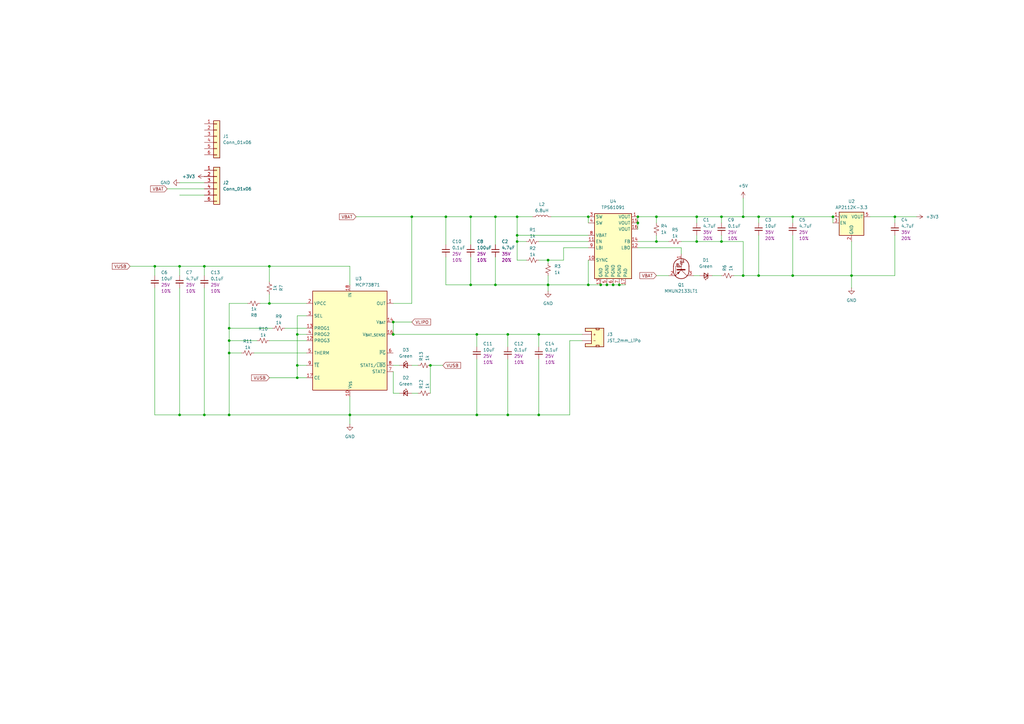
<source format=kicad_sch>
(kicad_sch
	(version 20250114)
	(generator "eeschema")
	(generator_version "9.0")
	(uuid "67cd7175-2ebd-46ab-b6a0-fffe164956fb")
	(paper "A3")
	(lib_symbols
		(symbol "Battery_Management:MCP73871"
			(exclude_from_sim no)
			(in_bom yes)
			(on_board yes)
			(property "Reference" "U"
				(at -7.62 24.13 0)
				(effects
					(font
						(size 1.27 1.27)
					)
					(justify left)
				)
			)
			(property "Value" "MCP73871"
				(at -15.24 21.59 0)
				(effects
					(font
						(size 1.27 1.27)
					)
					(justify left)
				)
			)
			(property "Footprint" "Package_DFN_QFN:QFN-20-1EP_4x4mm_P0.5mm_EP2.5x2.5mm"
				(at 5.08 -22.86 0)
				(effects
					(font
						(size 1.27 1.27)
						(italic yes)
					)
					(justify left)
					(hide yes)
				)
			)
			(property "Datasheet" "http://www.mouser.com/ds/2/268/22090a-52174.pdf"
				(at -3.81 13.97 0)
				(effects
					(font
						(size 1.27 1.27)
					)
					(hide yes)
				)
			)
			(property "Description" "Single cell, Li-Ion/Li-Po charge management controller"
				(at 0 0 0)
				(effects
					(font
						(size 1.27 1.27)
					)
					(hide yes)
				)
			)
			(property "ki_keywords" "battery charger lithium"
				(at 0 0 0)
				(effects
					(font
						(size 1.27 1.27)
					)
					(hide yes)
				)
			)
			(property "ki_fp_filters" "QFN*4x4mm*P0.5mm*"
				(at 0 0 0)
				(effects
					(font
						(size 1.27 1.27)
					)
					(hide yes)
				)
			)
			(symbol "MCP73871_0_1"
				(rectangle
					(start -15.24 20.32)
					(end 15.24 -20.32)
					(stroke
						(width 0.254)
						(type default)
					)
					(fill
						(type background)
					)
				)
			)
			(symbol "MCP73871_1_1"
				(pin input line
					(at -17.78 15.24 0)
					(length 2.54)
					(name "VPCC"
						(effects
							(font
								(size 1.27 1.27)
							)
						)
					)
					(number "2"
						(effects
							(font
								(size 1.27 1.27)
							)
						)
					)
				)
				(pin input line
					(at -17.78 10.16 0)
					(length 2.54)
					(name "SEL"
						(effects
							(font
								(size 1.27 1.27)
							)
						)
					)
					(number "3"
						(effects
							(font
								(size 1.27 1.27)
							)
						)
					)
				)
				(pin bidirectional line
					(at -17.78 5.08 0)
					(length 2.54)
					(name "PROG1"
						(effects
							(font
								(size 1.27 1.27)
							)
						)
					)
					(number "13"
						(effects
							(font
								(size 1.27 1.27)
							)
						)
					)
				)
				(pin input line
					(at -17.78 2.54 0)
					(length 2.54)
					(name "PROG2"
						(effects
							(font
								(size 1.27 1.27)
							)
						)
					)
					(number "4"
						(effects
							(font
								(size 1.27 1.27)
							)
						)
					)
				)
				(pin bidirectional line
					(at -17.78 0 0)
					(length 2.54)
					(name "PROG3"
						(effects
							(font
								(size 1.27 1.27)
							)
						)
					)
					(number "12"
						(effects
							(font
								(size 1.27 1.27)
							)
						)
					)
				)
				(pin bidirectional line
					(at -17.78 -5.08 0)
					(length 2.54)
					(name "THERM"
						(effects
							(font
								(size 1.27 1.27)
							)
						)
					)
					(number "5"
						(effects
							(font
								(size 1.27 1.27)
							)
						)
					)
				)
				(pin input line
					(at -17.78 -10.16 0)
					(length 2.54)
					(name "~{TE}"
						(effects
							(font
								(size 1.27 1.27)
							)
						)
					)
					(number "9"
						(effects
							(font
								(size 1.27 1.27)
							)
						)
					)
				)
				(pin input line
					(at -17.78 -15.24 0)
					(length 2.54)
					(name "CE"
						(effects
							(font
								(size 1.27 1.27)
							)
						)
					)
					(number "17"
						(effects
							(font
								(size 1.27 1.27)
							)
						)
					)
				)
				(pin power_in line
					(at 0 22.86 270)
					(length 2.54)
					(name "IN"
						(effects
							(font
								(size 1.27 1.27)
							)
						)
					)
					(number "18"
						(effects
							(font
								(size 1.27 1.27)
							)
						)
					)
				)
				(pin passive line
					(at 0 22.86 270)
					(length 2.54)
					(hide yes)
					(name "IN"
						(effects
							(font
								(size 1.27 1.27)
							)
						)
					)
					(number "19"
						(effects
							(font
								(size 1.27 1.27)
							)
						)
					)
				)
				(pin power_in line
					(at 0 -22.86 90)
					(length 2.54)
					(name "V_{SS}"
						(effects
							(font
								(size 1.27 1.27)
							)
						)
					)
					(number "10"
						(effects
							(font
								(size 1.27 1.27)
							)
						)
					)
				)
				(pin passive line
					(at 0 -22.86 90)
					(length 2.54)
					(hide yes)
					(name "V_{SS}"
						(effects
							(font
								(size 1.27 1.27)
							)
						)
					)
					(number "11"
						(effects
							(font
								(size 1.27 1.27)
							)
						)
					)
				)
				(pin passive line
					(at 0 -22.86 90)
					(length 2.54)
					(hide yes)
					(name "V_{SS}"
						(effects
							(font
								(size 1.27 1.27)
							)
						)
					)
					(number "21"
						(effects
							(font
								(size 1.27 1.27)
							)
						)
					)
				)
				(pin power_out line
					(at 17.78 15.24 180)
					(length 2.54)
					(name "OUT"
						(effects
							(font
								(size 1.27 1.27)
							)
						)
					)
					(number "1"
						(effects
							(font
								(size 1.27 1.27)
							)
						)
					)
				)
				(pin passive line
					(at 17.78 15.24 180)
					(length 2.54)
					(hide yes)
					(name "OUT"
						(effects
							(font
								(size 1.27 1.27)
							)
						)
					)
					(number "20"
						(effects
							(font
								(size 1.27 1.27)
							)
						)
					)
				)
				(pin power_out line
					(at 17.78 7.62 180)
					(length 2.54)
					(name "V_{BAT}"
						(effects
							(font
								(size 1.27 1.27)
							)
						)
					)
					(number "14"
						(effects
							(font
								(size 1.27 1.27)
							)
						)
					)
				)
				(pin passive line
					(at 17.78 7.62 180)
					(length 2.54)
					(hide yes)
					(name "V_{BAT}"
						(effects
							(font
								(size 1.27 1.27)
							)
						)
					)
					(number "15"
						(effects
							(font
								(size 1.27 1.27)
							)
						)
					)
				)
				(pin input line
					(at 17.78 2.54 180)
					(length 2.54)
					(name "V_{BAT_SENSE}"
						(effects
							(font
								(size 1.27 1.27)
							)
						)
					)
					(number "16"
						(effects
							(font
								(size 1.27 1.27)
							)
						)
					)
				)
				(pin open_collector line
					(at 17.78 -5.08 180)
					(length 2.54)
					(name "~{PG}"
						(effects
							(font
								(size 1.27 1.27)
							)
						)
					)
					(number "6"
						(effects
							(font
								(size 1.27 1.27)
							)
						)
					)
				)
				(pin open_collector line
					(at 17.78 -10.16 180)
					(length 2.54)
					(name "STAT1/~{LBO}"
						(effects
							(font
								(size 1.27 1.27)
							)
						)
					)
					(number "8"
						(effects
							(font
								(size 1.27 1.27)
							)
						)
					)
				)
				(pin open_collector line
					(at 17.78 -12.7 180)
					(length 2.54)
					(name "STAT2"
						(effects
							(font
								(size 1.27 1.27)
							)
						)
					)
					(number "7"
						(effects
							(font
								(size 1.27 1.27)
							)
						)
					)
				)
			)
			(embedded_fonts no)
		)
		(symbol "Device:L"
			(pin_numbers
				(hide yes)
			)
			(pin_names
				(offset 1.016)
				(hide yes)
			)
			(exclude_from_sim no)
			(in_bom yes)
			(on_board yes)
			(property "Reference" "L"
				(at -1.27 0 90)
				(effects
					(font
						(size 1.27 1.27)
					)
				)
			)
			(property "Value" "L"
				(at 1.905 0 90)
				(effects
					(font
						(size 1.27 1.27)
					)
				)
			)
			(property "Footprint" ""
				(at 0 0 0)
				(effects
					(font
						(size 1.27 1.27)
					)
					(hide yes)
				)
			)
			(property "Datasheet" "~"
				(at 0 0 0)
				(effects
					(font
						(size 1.27 1.27)
					)
					(hide yes)
				)
			)
			(property "Description" "Inductor"
				(at 0 0 0)
				(effects
					(font
						(size 1.27 1.27)
					)
					(hide yes)
				)
			)
			(property "ki_keywords" "inductor choke coil reactor magnetic"
				(at 0 0 0)
				(effects
					(font
						(size 1.27 1.27)
					)
					(hide yes)
				)
			)
			(property "ki_fp_filters" "Choke_* *Coil* Inductor_* L_*"
				(at 0 0 0)
				(effects
					(font
						(size 1.27 1.27)
					)
					(hide yes)
				)
			)
			(symbol "L_0_1"
				(arc
					(start 0 2.54)
					(mid 0.6323 1.905)
					(end 0 1.27)
					(stroke
						(width 0)
						(type default)
					)
					(fill
						(type none)
					)
				)
				(arc
					(start 0 1.27)
					(mid 0.6323 0.635)
					(end 0 0)
					(stroke
						(width 0)
						(type default)
					)
					(fill
						(type none)
					)
				)
				(arc
					(start 0 0)
					(mid 0.6323 -0.635)
					(end 0 -1.27)
					(stroke
						(width 0)
						(type default)
					)
					(fill
						(type none)
					)
				)
				(arc
					(start 0 -1.27)
					(mid 0.6323 -1.905)
					(end 0 -2.54)
					(stroke
						(width 0)
						(type default)
					)
					(fill
						(type none)
					)
				)
			)
			(symbol "L_1_1"
				(pin passive line
					(at 0 3.81 270)
					(length 1.27)
					(name "1"
						(effects
							(font
								(size 1.27 1.27)
							)
						)
					)
					(number "1"
						(effects
							(font
								(size 1.27 1.27)
							)
						)
					)
				)
				(pin passive line
					(at 0 -3.81 90)
					(length 1.27)
					(name "2"
						(effects
							(font
								(size 1.27 1.27)
							)
						)
					)
					(number "2"
						(effects
							(font
								(size 1.27 1.27)
							)
						)
					)
				)
			)
			(embedded_fonts no)
		)
		(symbol "Regulator_Linear:AP2112K-3.3"
			(pin_names
				(offset 0.254)
			)
			(exclude_from_sim no)
			(in_bom yes)
			(on_board yes)
			(property "Reference" "U"
				(at -5.08 5.715 0)
				(effects
					(font
						(size 1.27 1.27)
					)
					(justify left)
				)
			)
			(property "Value" "AP2112K-3.3"
				(at 0 5.715 0)
				(effects
					(font
						(size 1.27 1.27)
					)
					(justify left)
				)
			)
			(property "Footprint" "Package_TO_SOT_SMD:SOT-23-5"
				(at 0 8.255 0)
				(effects
					(font
						(size 1.27 1.27)
					)
					(hide yes)
				)
			)
			(property "Datasheet" "https://www.diodes.com/assets/Datasheets/AP2112.pdf"
				(at 0 2.54 0)
				(effects
					(font
						(size 1.27 1.27)
					)
					(hide yes)
				)
			)
			(property "Description" "600mA low dropout linear regulator, with enable pin, 3.8V-6V input voltage range, 3.3V fixed positive output, SOT-23-5"
				(at 0 0 0)
				(effects
					(font
						(size 1.27 1.27)
					)
					(hide yes)
				)
			)
			(property "ki_keywords" "linear regulator ldo fixed positive"
				(at 0 0 0)
				(effects
					(font
						(size 1.27 1.27)
					)
					(hide yes)
				)
			)
			(property "ki_fp_filters" "SOT?23?5*"
				(at 0 0 0)
				(effects
					(font
						(size 1.27 1.27)
					)
					(hide yes)
				)
			)
			(symbol "AP2112K-3.3_0_1"
				(rectangle
					(start -5.08 4.445)
					(end 5.08 -5.08)
					(stroke
						(width 0.254)
						(type default)
					)
					(fill
						(type background)
					)
				)
			)
			(symbol "AP2112K-3.3_1_1"
				(pin power_in line
					(at -7.62 2.54 0)
					(length 2.54)
					(name "VIN"
						(effects
							(font
								(size 1.27 1.27)
							)
						)
					)
					(number "1"
						(effects
							(font
								(size 1.27 1.27)
							)
						)
					)
				)
				(pin input line
					(at -7.62 0 0)
					(length 2.54)
					(name "EN"
						(effects
							(font
								(size 1.27 1.27)
							)
						)
					)
					(number "3"
						(effects
							(font
								(size 1.27 1.27)
							)
						)
					)
				)
				(pin power_in line
					(at 0 -7.62 90)
					(length 2.54)
					(name "GND"
						(effects
							(font
								(size 1.27 1.27)
							)
						)
					)
					(number "2"
						(effects
							(font
								(size 1.27 1.27)
							)
						)
					)
				)
				(pin no_connect line
					(at 5.08 0 180)
					(length 2.54)
					(hide yes)
					(name "NC"
						(effects
							(font
								(size 1.27 1.27)
							)
						)
					)
					(number "4"
						(effects
							(font
								(size 1.27 1.27)
							)
						)
					)
				)
				(pin power_out line
					(at 7.62 2.54 180)
					(length 2.54)
					(name "VOUT"
						(effects
							(font
								(size 1.27 1.27)
							)
						)
					)
					(number "5"
						(effects
							(font
								(size 1.27 1.27)
							)
						)
					)
				)
			)
			(embedded_fonts no)
		)
		(symbol "Regulator_Switching:TPS61091"
			(exclude_from_sim no)
			(in_bom yes)
			(on_board yes)
			(property "Reference" "U"
				(at -7.62 15.24 0)
				(effects
					(font
						(size 1.27 1.27)
					)
					(justify left)
				)
			)
			(property "Value" "TPS61091"
				(at 1.27 15.24 0)
				(effects
					(font
						(size 1.27 1.27)
					)
					(justify left)
				)
			)
			(property "Footprint" "Package_DFN_QFN:Texas_RSA_VQFN-16-1EP_4x4mm_P0.65mm_EP2.7x2.7mm_ThermalVias"
				(at -24.13 -26.67 0)
				(effects
					(font
						(size 1.27 1.27)
					)
					(justify left)
					(hide yes)
				)
			)
			(property "Datasheet" "http://www.ti.com/lit/ds/symlink/tps61090.pdf"
				(at 3.81 -29.21 0)
				(effects
					(font
						(size 1.27 1.27)
					)
					(justify left)
					(hide yes)
				)
			)
			(property "Description" "2A Step-Up DC-DC Converter for Batteries, Isw up to 2500mA, 3.3V Output Voltage, QFN-16"
				(at 0 0 0)
				(effects
					(font
						(size 1.27 1.27)
					)
					(hide yes)
				)
			)
			(property "ki_keywords" "Fixed 3.3V 2A battery boost converter"
				(at 0 0 0)
				(effects
					(font
						(size 1.27 1.27)
					)
					(hide yes)
				)
			)
			(property "ki_fp_filters" "Texas*RSA*EP2.7x2.7mm*"
				(at 0 0 0)
				(effects
					(font
						(size 1.27 1.27)
					)
					(hide yes)
				)
			)
			(symbol "TPS61091_0_0"
				(pin passive line
					(at -10.16 12.7 0)
					(length 2.54)
					(name "SW"
						(effects
							(font
								(size 1.27 1.27)
							)
						)
					)
					(number "3"
						(effects
							(font
								(size 1.27 1.27)
							)
						)
					)
				)
				(pin passive line
					(at -10.16 10.16 0)
					(length 2.54)
					(name "SW"
						(effects
							(font
								(size 1.27 1.27)
							)
						)
					)
					(number "4"
						(effects
							(font
								(size 1.27 1.27)
							)
						)
					)
				)
				(pin power_in line
					(at -10.16 5.08 0)
					(length 2.54)
					(name "VBAT"
						(effects
							(font
								(size 1.27 1.27)
							)
						)
					)
					(number "8"
						(effects
							(font
								(size 1.27 1.27)
							)
						)
					)
				)
				(pin input line
					(at -10.16 2.54 0)
					(length 2.54)
					(name "EN"
						(effects
							(font
								(size 1.27 1.27)
							)
						)
					)
					(number "11"
						(effects
							(font
								(size 1.27 1.27)
							)
						)
					)
				)
				(pin input line
					(at -10.16 0 0)
					(length 2.54)
					(name "LBI"
						(effects
							(font
								(size 1.27 1.27)
							)
						)
					)
					(number "9"
						(effects
							(font
								(size 1.27 1.27)
							)
						)
					)
				)
				(pin input line
					(at -10.16 -5.08 0)
					(length 2.54)
					(name "SYNC"
						(effects
							(font
								(size 1.27 1.27)
							)
						)
					)
					(number "10"
						(effects
							(font
								(size 1.27 1.27)
							)
						)
					)
				)
				(pin power_in line
					(at -5.08 -15.24 90)
					(length 2.54)
					(name "GND"
						(effects
							(font
								(size 1.27 1.27)
							)
						)
					)
					(number "13"
						(effects
							(font
								(size 1.27 1.27)
							)
						)
					)
				)
				(pin power_in line
					(at -2.54 -15.24 90)
					(length 2.54)
					(name "PGND"
						(effects
							(font
								(size 1.27 1.27)
							)
						)
					)
					(number "5"
						(effects
							(font
								(size 1.27 1.27)
							)
						)
					)
				)
				(pin power_in line
					(at 0 -15.24 90)
					(length 2.54)
					(name "PGND"
						(effects
							(font
								(size 1.27 1.27)
							)
						)
					)
					(number "6"
						(effects
							(font
								(size 1.27 1.27)
							)
						)
					)
				)
				(pin power_in line
					(at 2.54 -15.24 90)
					(length 2.54)
					(name "PGND"
						(effects
							(font
								(size 1.27 1.27)
							)
						)
					)
					(number "7"
						(effects
							(font
								(size 1.27 1.27)
							)
						)
					)
				)
				(pin power_in line
					(at 5.08 -15.24 90)
					(length 2.54)
					(name "PAD"
						(effects
							(font
								(size 1.27 1.27)
							)
						)
					)
					(number "17"
						(effects
							(font
								(size 1.27 1.27)
							)
						)
					)
				)
				(pin power_out line
					(at 10.16 12.7 180)
					(length 2.54)
					(name "VOUT"
						(effects
							(font
								(size 1.27 1.27)
							)
						)
					)
					(number "1"
						(effects
							(font
								(size 1.27 1.27)
							)
						)
					)
				)
				(pin passive line
					(at 10.16 10.16 180)
					(length 2.54)
					(name "VOUT"
						(effects
							(font
								(size 1.27 1.27)
							)
						)
					)
					(number "15"
						(effects
							(font
								(size 1.27 1.27)
							)
						)
					)
				)
				(pin passive line
					(at 10.16 7.62 180)
					(length 2.54)
					(name "VOUT"
						(effects
							(font
								(size 1.27 1.27)
							)
						)
					)
					(number "16"
						(effects
							(font
								(size 1.27 1.27)
							)
						)
					)
				)
				(pin input line
					(at 10.16 2.54 180)
					(length 2.54)
					(name "FB"
						(effects
							(font
								(size 1.27 1.27)
							)
						)
					)
					(number "14"
						(effects
							(font
								(size 1.27 1.27)
							)
						)
					)
				)
				(pin open_collector line
					(at 10.16 0 180)
					(length 2.54)
					(name "LBO"
						(effects
							(font
								(size 1.27 1.27)
							)
						)
					)
					(number "12"
						(effects
							(font
								(size 1.27 1.27)
							)
						)
					)
				)
				(pin no_connect line
					(at 10.16 -5.08 180)
					(length 2.54)
					(hide yes)
					(name "NC"
						(effects
							(font
								(size 1.27 1.27)
							)
						)
					)
					(number "2"
						(effects
							(font
								(size 1.27 1.27)
							)
						)
					)
				)
			)
			(symbol "TPS61091_0_1"
				(rectangle
					(start -7.62 13.97)
					(end 7.62 -12.7)
					(stroke
						(width 0.254)
						(type default)
					)
					(fill
						(type background)
					)
				)
			)
			(embedded_fonts no)
		)
		(symbol "SparkFun-Capacitor:1.0uF_0805_25V_10%"
			(pin_numbers
				(hide yes)
			)
			(pin_names
				(offset 0.254)
			)
			(exclude_from_sim no)
			(in_bom yes)
			(on_board yes)
			(property "Reference" "C"
				(at 0.635 2.54 0)
				(effects
					(font
						(size 1.27 1.27)
					)
					(justify left)
				)
			)
			(property "Value" "1.0uF"
				(at 0.635 -2.54 0)
				(effects
					(font
						(size 1.27 1.27)
					)
					(justify left)
				)
			)
			(property "Footprint" "SparkFun-Capacitor:C_0805_2012Metric"
				(at 0 -11.43 0)
				(effects
					(font
						(size 1.27 1.27)
					)
					(hide yes)
				)
			)
			(property "Datasheet" "https://cdn.sparkfun.com/assets/8/a/4/a/5/Kemet_Capacitor_Datasheet.pdf"
				(at 0 -13.97 0)
				(effects
					(font
						(size 1.27 1.27)
					)
					(hide yes)
				)
			)
			(property "Description" "Unpolarized capacitor"
				(at 0 -19.05 0)
				(effects
					(font
						(size 1.27 1.27)
					)
					(hide yes)
				)
			)
			(property "PROD_ID" "CAP-08064"
				(at -1.27 -16.51 0)
				(effects
					(font
						(size 1.27 1.27)
					)
					(hide yes)
				)
			)
			(property "Voltage" "25V"
				(at 0 -6.35 0)
				(effects
					(font
						(size 1.27 1.27)
					)
				)
			)
			(property "Tolerance" "10%"
				(at 0 -8.89 0)
				(effects
					(font
						(size 1.27 1.27)
					)
				)
			)
			(property "ki_keywords" "SparkFun cap capacitor"
				(at 0 0 0)
				(effects
					(font
						(size 1.27 1.27)
					)
					(hide yes)
				)
			)
			(property "ki_fp_filters" "C_*"
				(at 0 0 0)
				(effects
					(font
						(size 1.27 1.27)
					)
					(hide yes)
				)
			)
			(symbol "1.0uF_0805_25V_10%_0_1"
				(polyline
					(pts
						(xy -1.524 0.508) (xy 1.524 0.508)
					)
					(stroke
						(width 0.3048)
						(type default)
					)
					(fill
						(type none)
					)
				)
				(polyline
					(pts
						(xy -1.524 -0.508) (xy 1.524 -0.508)
					)
					(stroke
						(width 0.3302)
						(type default)
					)
					(fill
						(type none)
					)
				)
			)
			(symbol "1.0uF_0805_25V_10%_1_1"
				(pin passive line
					(at 0 2.54 270)
					(length 2.032)
					(name "~"
						(effects
							(font
								(size 1.27 1.27)
							)
						)
					)
					(number "1"
						(effects
							(font
								(size 1.27 1.27)
							)
						)
					)
				)
				(pin passive line
					(at 0 -2.54 90)
					(length 2.032)
					(name "~"
						(effects
							(font
								(size 1.27 1.27)
							)
						)
					)
					(number "2"
						(effects
							(font
								(size 1.27 1.27)
							)
						)
					)
				)
			)
			(embedded_fonts no)
		)
		(symbol "SparkFun-Capacitor:4.7uF_0603_35V_20%"
			(pin_numbers
				(hide yes)
			)
			(pin_names
				(offset 0.254)
			)
			(exclude_from_sim no)
			(in_bom yes)
			(on_board yes)
			(property "Reference" "C"
				(at 0.635 2.54 0)
				(effects
					(font
						(size 1.27 1.27)
					)
					(justify left)
				)
			)
			(property "Value" "4.7uF"
				(at 0.635 -2.54 0)
				(effects
					(font
						(size 1.27 1.27)
					)
					(justify left)
				)
			)
			(property "Footprint" "SparkFun-Capacitor:C_0603_1608Metric"
				(at 0 -11.43 0)
				(effects
					(font
						(size 1.27 1.27)
					)
					(hide yes)
				)
			)
			(property "Datasheet" "https://cdn.sparkfun.com/assets/8/a/4/a/5/Kemet_Capacitor_Datasheet.pdf"
				(at 0 -16.51 0)
				(effects
					(font
						(size 1.27 1.27)
					)
					(hide yes)
				)
			)
			(property "Description" "Unpolarized capacitor"
				(at 0 -19.05 0)
				(effects
					(font
						(size 1.27 1.27)
					)
					(hide yes)
				)
			)
			(property "PROD_ID" "CAP-14106"
				(at 0 -13.97 0)
				(effects
					(font
						(size 1.27 1.27)
					)
					(hide yes)
				)
			)
			(property "Voltage" "35V"
				(at 0 -6.35 0)
				(effects
					(font
						(size 1.27 1.27)
					)
				)
			)
			(property "Tolerance" "20%"
				(at 0 -8.89 0)
				(effects
					(font
						(size 1.27 1.27)
					)
				)
			)
			(property "ki_keywords" "SparkFun cap capacitor"
				(at 0 0 0)
				(effects
					(font
						(size 1.27 1.27)
					)
					(hide yes)
				)
			)
			(property "ki_fp_filters" "C_*"
				(at 0 0 0)
				(effects
					(font
						(size 1.27 1.27)
					)
					(hide yes)
				)
			)
			(symbol "4.7uF_0603_35V_20%_0_1"
				(polyline
					(pts
						(xy -1.524 0.508) (xy 1.524 0.508)
					)
					(stroke
						(width 0.3048)
						(type default)
					)
					(fill
						(type none)
					)
				)
				(polyline
					(pts
						(xy -1.524 -0.508) (xy 1.524 -0.508)
					)
					(stroke
						(width 0.3302)
						(type default)
					)
					(fill
						(type none)
					)
				)
			)
			(symbol "4.7uF_0603_35V_20%_1_1"
				(pin passive line
					(at 0 2.54 270)
					(length 2.032)
					(name "~"
						(effects
							(font
								(size 1.27 1.27)
							)
						)
					)
					(number "1"
						(effects
							(font
								(size 1.27 1.27)
							)
						)
					)
				)
				(pin passive line
					(at 0 -2.54 90)
					(length 2.032)
					(name "~"
						(effects
							(font
								(size 1.27 1.27)
							)
						)
					)
					(number "2"
						(effects
							(font
								(size 1.27 1.27)
							)
						)
					)
				)
			)
			(embedded_fonts no)
		)
		(symbol "SparkFun-Connector:Conn_01x02_JST_2mm_LiPo"
			(pin_numbers
				(hide yes)
			)
			(pin_names
				(offset 1.016)
				(hide yes)
			)
			(exclude_from_sim no)
			(in_bom yes)
			(on_board yes)
			(property "Reference" "J"
				(at 0 5.08 0)
				(effects
					(font
						(size 1.27 1.27)
					)
				)
			)
			(property "Value" "JST_2mm_LiPo"
				(at 0 -8.89 0)
				(effects
					(font
						(size 1.27 1.27)
					)
				)
			)
			(property "Footprint" "SparkFun-Connector:JST_SMD_2.0mm-2"
				(at 0 -11.43 0)
				(effects
					(font
						(size 1.27 1.27)
					)
					(hide yes)
				)
			)
			(property "Datasheet" "~"
				(at 0 -13.97 0)
				(effects
					(font
						(size 1.27 1.27)
					)
					(hide yes)
				)
			)
			(property "Description" "2 Pin 2mm JST Battery Connector"
				(at 0 -19.05 0)
				(effects
					(font
						(size 1.27 1.27)
					)
					(hide yes)
				)
			)
			(property "PROD_ID" "CONN-11443"
				(at 0 -16.51 0)
				(effects
					(font
						(size 1.27 1.27)
					)
					(hide yes)
				)
			)
			(property "ki_keywords" "SparkFun connector"
				(at 0 0 0)
				(effects
					(font
						(size 1.27 1.27)
					)
					(hide yes)
				)
			)
			(property "ki_fp_filters" "Connector*:*_1x??_*"
				(at 0 0 0)
				(effects
					(font
						(size 1.27 1.27)
					)
					(hide yes)
				)
			)
			(symbol "Conn_01x02_JST_2mm_LiPo_1_1"
				(polyline
					(pts
						(xy -1.27 1.27) (xy -3.81 1.27) (xy -3.81 2.54) (xy 3.81 2.54) (xy 3.81 -5.08) (xy -3.81 -5.08)
						(xy -3.81 -3.81) (xy -1.27 -3.81) (xy -1.27 1.27)
					)
					(stroke
						(width 0.254)
						(type default)
					)
					(fill
						(type background)
					)
				)
				(rectangle
					(start 0.635 2.54)
					(end 1.905 1.905)
					(stroke
						(width 0.254)
						(type default)
					)
					(fill
						(type none)
					)
				)
				(rectangle
					(start 0.635 -4.445)
					(end 1.905 -5.08)
					(stroke
						(width 0.254)
						(type default)
					)
					(fill
						(type none)
					)
				)
				(text "+"
					(at 0 0 0)
					(effects
						(font
							(size 1 1)
						)
					)
				)
				(text "-"
					(at 0 -2.54 0)
					(effects
						(font
							(size 1 1)
						)
					)
				)
				(pin passive line
					(at -5.08 0 0)
					(length 3.81)
					(name "+"
						(effects
							(font
								(size 1.27 1.27)
							)
						)
					)
					(number "2"
						(effects
							(font
								(size 1.27 1.27)
							)
						)
					)
				)
				(pin passive line
					(at -5.08 -2.54 0)
					(length 3.81)
					(name "-"
						(effects
							(font
								(size 1.27 1.27)
							)
						)
					)
					(number "1"
						(effects
							(font
								(size 1.27 1.27)
							)
						)
					)
				)
				(pin no_connect line
					(at 1.27 -1.27 0)
					(length 2.54)
					(hide yes)
					(name "NC1"
						(effects
							(font
								(size 1.27 1.27)
							)
						)
					)
					(number "NC1"
						(effects
							(font
								(size 1.27 1.27)
							)
						)
					)
				)
				(pin no_connect line
					(at 1.27 -1.27 0)
					(length 2.54)
					(hide yes)
					(name "NC2"
						(effects
							(font
								(size 1.27 1.27)
							)
						)
					)
					(number "NC2"
						(effects
							(font
								(size 1.27 1.27)
							)
						)
					)
				)
			)
			(embedded_fonts no)
		)
		(symbol "SparkFun-Connector:Conn_01x06"
			(pin_names
				(offset 1.016)
				(hide yes)
			)
			(exclude_from_sim no)
			(in_bom yes)
			(on_board yes)
			(property "Reference" "J"
				(at 0 7.62 0)
				(effects
					(font
						(size 1.27 1.27)
					)
				)
			)
			(property "Value" "Conn_01x06"
				(at 0 -10.16 0)
				(effects
					(font
						(size 1.27 1.27)
					)
				)
			)
			(property "Footprint" "SparkFun-Connector:1x06"
				(at 0 -12.7 0)
				(effects
					(font
						(size 1.27 1.27)
					)
					(hide yes)
				)
			)
			(property "Datasheet" "~"
				(at 0 -15.24 0)
				(effects
					(font
						(size 1.27 1.27)
					)
					(hide yes)
				)
			)
			(property "Description" "Generic connector, single row, 01x06, script generated (kicad-library-utils/schlib/autogen/connector/)"
				(at 0 -17.78 0)
				(effects
					(font
						(size 1.27 1.27)
					)
					(hide yes)
				)
			)
			(property "ki_keywords" "SparkFun connector"
				(at 0 0 0)
				(effects
					(font
						(size 1.27 1.27)
					)
					(hide yes)
				)
			)
			(property "ki_fp_filters" "Connector*:*_1x??_*"
				(at 0 0 0)
				(effects
					(font
						(size 1.27 1.27)
					)
					(hide yes)
				)
			)
			(symbol "Conn_01x06_1_1"
				(rectangle
					(start -1.27 6.35)
					(end 1.27 -8.89)
					(stroke
						(width 0.254)
						(type default)
					)
					(fill
						(type background)
					)
				)
				(rectangle
					(start -1.27 5.207)
					(end 0 4.953)
					(stroke
						(width 0.1524)
						(type default)
					)
					(fill
						(type none)
					)
				)
				(rectangle
					(start -1.27 2.667)
					(end 0 2.413)
					(stroke
						(width 0.1524)
						(type default)
					)
					(fill
						(type none)
					)
				)
				(rectangle
					(start -1.27 0.127)
					(end 0 -0.127)
					(stroke
						(width 0.1524)
						(type default)
					)
					(fill
						(type none)
					)
				)
				(rectangle
					(start -1.27 -2.413)
					(end 0 -2.667)
					(stroke
						(width 0.1524)
						(type default)
					)
					(fill
						(type none)
					)
				)
				(rectangle
					(start -1.27 -4.953)
					(end 0 -5.207)
					(stroke
						(width 0.1524)
						(type default)
					)
					(fill
						(type none)
					)
				)
				(rectangle
					(start -1.27 -7.493)
					(end 0 -7.747)
					(stroke
						(width 0.1524)
						(type default)
					)
					(fill
						(type none)
					)
				)
				(pin passive line
					(at -5.08 5.08 0)
					(length 3.81)
					(name "Pin_1"
						(effects
							(font
								(size 1.27 1.27)
							)
						)
					)
					(number "1"
						(effects
							(font
								(size 1.27 1.27)
							)
						)
					)
				)
				(pin passive line
					(at -5.08 2.54 0)
					(length 3.81)
					(name "Pin_2"
						(effects
							(font
								(size 1.27 1.27)
							)
						)
					)
					(number "2"
						(effects
							(font
								(size 1.27 1.27)
							)
						)
					)
				)
				(pin passive line
					(at -5.08 0 0)
					(length 3.81)
					(name "Pin_3"
						(effects
							(font
								(size 1.27 1.27)
							)
						)
					)
					(number "3"
						(effects
							(font
								(size 1.27 1.27)
							)
						)
					)
				)
				(pin passive line
					(at -5.08 -2.54 0)
					(length 3.81)
					(name "Pin_4"
						(effects
							(font
								(size 1.27 1.27)
							)
						)
					)
					(number "4"
						(effects
							(font
								(size 1.27 1.27)
							)
						)
					)
				)
				(pin passive line
					(at -5.08 -5.08 0)
					(length 3.81)
					(name "Pin_5"
						(effects
							(font
								(size 1.27 1.27)
							)
						)
					)
					(number "5"
						(effects
							(font
								(size 1.27 1.27)
							)
						)
					)
				)
				(pin passive line
					(at -5.08 -7.62 0)
					(length 3.81)
					(name "Pin_6"
						(effects
							(font
								(size 1.27 1.27)
							)
						)
					)
					(number "6"
						(effects
							(font
								(size 1.27 1.27)
							)
						)
					)
				)
			)
			(embedded_fonts no)
		)
		(symbol "SparkFun-LED:LED_Green_0603"
			(pin_numbers
				(hide yes)
			)
			(pin_names
				(offset 1.016)
				(hide yes)
			)
			(exclude_from_sim no)
			(in_bom yes)
			(on_board yes)
			(property "Reference" "D"
				(at 0 2.54 0)
				(effects
					(font
						(size 1.27 1.27)
					)
				)
			)
			(property "Value" "Green"
				(at 0 -2.54 0)
				(effects
					(font
						(size 1.27 1.27)
					)
				)
			)
			(property "Footprint" "SparkFun-LED:LED_0603_1608Metric_Green"
				(at 0 -5.08 0)
				(effects
					(font
						(size 1.27 1.27)
					)
					(hide yes)
				)
			)
			(property "Datasheet" "https://docs.broadcom.com/docs/AV02-0551EN"
				(at 0 -10.16 0)
				(effects
					(font
						(size 1.27 1.27)
					)
					(hide yes)
				)
			)
			(property "Description" "Light emitting diode"
				(at 0 -12.7 0)
				(effects
					(font
						(size 1.27 1.27)
					)
					(hide yes)
				)
			)
			(property "PROD_ID" "DIO-00821"
				(at 0 -7.62 0)
				(effects
					(font
						(size 1.27 1.27)
					)
					(hide yes)
				)
			)
			(property "ki_keywords" "SparkFun LED diode"
				(at 0 0 0)
				(effects
					(font
						(size 1.27 1.27)
					)
					(hide yes)
				)
			)
			(property "ki_fp_filters" "LED* LED_SMD:* LED_THT:*"
				(at 0 0 0)
				(effects
					(font
						(size 1.27 1.27)
					)
					(hide yes)
				)
			)
			(symbol "LED_Green_0603_0_1"
				(polyline
					(pts
						(xy -0.762 -1.016) (xy -0.762 1.016)
					)
					(stroke
						(width 0.254)
						(type default)
					)
					(fill
						(type none)
					)
				)
				(polyline
					(pts
						(xy 0 0.762) (xy -0.508 1.27) (xy -0.254 1.27) (xy -0.508 1.27) (xy -0.508 1.016)
					)
					(stroke
						(width 0)
						(type default)
					)
					(fill
						(type none)
					)
				)
				(polyline
					(pts
						(xy 0.508 1.27) (xy 0 1.778) (xy 0.254 1.778) (xy 0 1.778) (xy 0 1.524)
					)
					(stroke
						(width 0)
						(type default)
					)
					(fill
						(type none)
					)
				)
				(polyline
					(pts
						(xy 0.762 -1.016) (xy -0.762 0) (xy 0.762 1.016) (xy 0.762 -1.016)
					)
					(stroke
						(width 0.254)
						(type default)
					)
					(fill
						(type none)
					)
				)
				(polyline
					(pts
						(xy 1.016 0) (xy -0.762 0)
					)
					(stroke
						(width 0)
						(type default)
					)
					(fill
						(type none)
					)
				)
			)
			(symbol "LED_Green_0603_1_1"
				(pin passive line
					(at -2.54 0 0)
					(length 1.778)
					(name "K"
						(effects
							(font
								(size 1.27 1.27)
							)
						)
					)
					(number "1"
						(effects
							(font
								(size 1.27 1.27)
							)
						)
					)
				)
				(pin passive line
					(at 2.54 0 180)
					(length 1.778)
					(name "A"
						(effects
							(font
								(size 1.27 1.27)
							)
						)
					)
					(number "2"
						(effects
							(font
								(size 1.27 1.27)
							)
						)
					)
				)
			)
			(embedded_fonts no)
		)
		(symbol "SparkFun-Resistor:1k_0603"
			(pin_numbers
				(hide yes)
			)
			(pin_names
				(offset 0)
			)
			(exclude_from_sim no)
			(in_bom yes)
			(on_board yes)
			(property "Reference" "R"
				(at 0 -2.54 0)
				(effects
					(font
						(size 1.27 1.27)
					)
				)
			)
			(property "Value" "1k"
				(at 0 2.54 0)
				(effects
					(font
						(size 1.27 1.27)
					)
				)
			)
			(property "Footprint" "SparkFun-Resistor:R_0603_1608Metric"
				(at 0 -4.572 0)
				(effects
					(font
						(size 1.27 1.27)
					)
					(hide yes)
				)
			)
			(property "Datasheet" "https://www.vishay.com/docs/20035/dcrcwe3.pdf"
				(at -1.27 -8.89 0)
				(effects
					(font
						(size 1.27 1.27)
					)
					(hide yes)
				)
			)
			(property "Description" "Resistor"
				(at 0 -11.43 0)
				(effects
					(font
						(size 1.27 1.27)
					)
					(hide yes)
				)
			)
			(property "PROD_ID" "RES-07856"
				(at 0 -6.858 0)
				(effects
					(font
						(size 1.27 1.27)
					)
					(hide yes)
				)
			)
			(property "ki_keywords" "SparkFun R res resistor"
				(at 0 0 0)
				(effects
					(font
						(size 1.27 1.27)
					)
					(hide yes)
				)
			)
			(property "ki_fp_filters" "R_*"
				(at 0 0 0)
				(effects
					(font
						(size 1.27 1.27)
					)
					(hide yes)
				)
			)
			(symbol "1k_0603_0_1"
				(polyline
					(pts
						(xy -1.524 0) (xy -1.143 1.016) (xy -0.762 0) (xy -0.381 -1.016) (xy 0 0)
					)
					(stroke
						(width 0)
						(type default)
					)
					(fill
						(type none)
					)
				)
				(polyline
					(pts
						(xy 0 0) (xy 0.381 1.016) (xy 0.762 0) (xy 1.143 -1.016) (xy 1.524 0)
					)
					(stroke
						(width 0)
						(type default)
					)
					(fill
						(type none)
					)
				)
			)
			(symbol "1k_0603_1_1"
				(pin passive line
					(at -2.54 0 0)
					(length 1.016)
					(name "~"
						(effects
							(font
								(size 1.27 1.27)
							)
						)
					)
					(number "1"
						(effects
							(font
								(size 1.27 1.27)
							)
						)
					)
				)
				(pin passive line
					(at 2.54 0 180)
					(length 1.016)
					(name "~"
						(effects
							(font
								(size 1.27 1.27)
							)
						)
					)
					(number "2"
						(effects
							(font
								(size 1.27 1.27)
							)
						)
					)
				)
			)
			(embedded_fonts no)
		)
		(symbol "Transistor_BJT:DTB123Y"
			(pin_names
				(offset 0)
				(hide yes)
			)
			(exclude_from_sim no)
			(in_bom yes)
			(on_board yes)
			(property "Reference" "Q"
				(at 5.08 1.905 0)
				(effects
					(font
						(size 1.27 1.27)
					)
					(justify left)
				)
			)
			(property "Value" "DTB123Y"
				(at 5.08 0 0)
				(effects
					(font
						(size 1.27 1.27)
					)
					(justify left)
				)
			)
			(property "Footprint" ""
				(at 0 0 0)
				(effects
					(font
						(size 1.27 1.27)
					)
					(justify left)
					(hide yes)
				)
			)
			(property "Datasheet" ""
				(at 0 0 0)
				(effects
					(font
						(size 1.27 1.27)
					)
					(justify left)
					(hide yes)
				)
			)
			(property "Description" "Digital PNP Transistor, 2k2/10k, SOT-23"
				(at 0 0 0)
				(effects
					(font
						(size 1.27 1.27)
					)
					(hide yes)
				)
			)
			(property "ki_keywords" "ROHM Digital PNP Transistor"
				(at 0 0 0)
				(effects
					(font
						(size 1.27 1.27)
					)
					(hide yes)
				)
			)
			(property "ki_fp_filters" "SOT?23* SC?59*"
				(at 0 0 0)
				(effects
					(font
						(size 1.27 1.27)
					)
					(hide yes)
				)
			)
			(symbol "DTB123Y_0_0"
				(text "2k2"
					(at -3.302 0.889 0)
					(effects
						(font
							(size 0.508 0.508)
						)
					)
				)
				(text "10k"
					(at -2.159 -1.524 900)
					(effects
						(font
							(size 0.508 0.508)
						)
					)
				)
			)
			(symbol "DTB123Y_0_1"
				(polyline
					(pts
						(xy -3.429 0) (xy -3.81 0)
					)
					(stroke
						(width 0)
						(type default)
					)
					(fill
						(type none)
					)
				)
				(polyline
					(pts
						(xy -1.27 3.175) (xy 0.635 3.175)
					)
					(stroke
						(width 0.254)
						(type default)
					)
					(fill
						(type none)
					)
				)
				(circle
					(center -1.27 0)
					(radius 0.127)
					(stroke
						(width 0)
						(type default)
					)
					(fill
						(type none)
					)
				)
				(polyline
					(pts
						(xy -1.27 0) (xy -1.27 -0.381) (xy -0.762 -0.508) (xy -1.778 -0.762) (xy -0.762 -1.016) (xy -1.778 -1.27)
						(xy -0.762 -1.524) (xy -1.778 -1.778) (xy -1.27 -1.905) (xy -1.27 -2.286) (xy 2.54 -2.286)
					)
					(stroke
						(width 0)
						(type default)
					)
					(fill
						(type none)
					)
				)
				(polyline
					(pts
						(xy -1.27 -3.175) (xy 0.635 -3.175)
					)
					(stroke
						(width 0.254)
						(type default)
					)
					(fill
						(type none)
					)
				)
				(arc
					(start -1.27 -3.175)
					(mid -4.4312 0)
					(end -1.27 3.175)
					(stroke
						(width 0.254)
						(type default)
					)
					(fill
						(type none)
					)
				)
				(polyline
					(pts
						(xy 0 0) (xy -1.905 0) (xy -2.032 0.508) (xy -2.286 -0.508) (xy -2.54 0.508) (xy -2.794 -0.508)
						(xy -3.048 0.508) (xy -3.302 -0.508) (xy -3.429 0)
					)
					(stroke
						(width 0)
						(type default)
					)
					(fill
						(type none)
					)
				)
				(polyline
					(pts
						(xy 0 -0.254) (xy 2.54 2.286)
					)
					(stroke
						(width 0)
						(type default)
					)
					(fill
						(type none)
					)
				)
				(polyline
					(pts
						(xy 0.127 1.524) (xy 0.127 -1.651)
					)
					(stroke
						(width 0.508)
						(type default)
					)
					(fill
						(type outline)
					)
				)
				(arc
					(start 0.635 3.175)
					(mid 3.7962 0)
					(end 0.635 -3.175)
					(stroke
						(width 0.254)
						(type default)
					)
					(fill
						(type none)
					)
				)
				(polyline
					(pts
						(xy 1.397 -1.651) (xy 1.905 -1.143) (xy 0.889 -0.635) (xy 1.397 -1.651)
					)
					(stroke
						(width 0)
						(type default)
					)
					(fill
						(type outline)
					)
				)
				(polyline
					(pts
						(xy 2.54 2.286) (xy 2.54 2.54)
					)
					(stroke
						(width 0)
						(type default)
					)
					(fill
						(type none)
					)
				)
				(polyline
					(pts
						(xy 2.54 -2.286) (xy 0 0.254) (xy 0 0.254)
					)
					(stroke
						(width 0)
						(type default)
					)
					(fill
						(type none)
					)
				)
				(circle
					(center 2.54 -2.286)
					(radius 0.127)
					(stroke
						(width 0)
						(type default)
					)
					(fill
						(type none)
					)
				)
			)
			(symbol "DTB123Y_1_1"
				(pin input line
					(at -6.35 0 0)
					(length 2.54)
					(name "B"
						(effects
							(font
								(size 1.27 1.27)
							)
						)
					)
					(number "1"
						(effects
							(font
								(size 1.27 1.27)
							)
						)
					)
				)
				(pin passive line
					(at 2.54 5.08 270)
					(length 2.54)
					(name "C"
						(effects
							(font
								(size 1.27 1.27)
							)
						)
					)
					(number "3"
						(effects
							(font
								(size 1.27 1.27)
							)
						)
					)
				)
				(pin passive line
					(at 2.54 -5.08 90)
					(length 2.54)
					(name "E"
						(effects
							(font
								(size 1.27 1.27)
							)
						)
					)
					(number "2"
						(effects
							(font
								(size 1.27 1.27)
							)
						)
					)
				)
			)
			(embedded_fonts no)
		)
		(symbol "power:+3V3"
			(power)
			(pin_numbers
				(hide yes)
			)
			(pin_names
				(offset 0)
				(hide yes)
			)
			(exclude_from_sim no)
			(in_bom yes)
			(on_board yes)
			(property "Reference" "#PWR"
				(at 0 -3.81 0)
				(effects
					(font
						(size 1.27 1.27)
					)
					(hide yes)
				)
			)
			(property "Value" "+3V3"
				(at 0 3.556 0)
				(effects
					(font
						(size 1.27 1.27)
					)
				)
			)
			(property "Footprint" ""
				(at 0 0 0)
				(effects
					(font
						(size 1.27 1.27)
					)
					(hide yes)
				)
			)
			(property "Datasheet" ""
				(at 0 0 0)
				(effects
					(font
						(size 1.27 1.27)
					)
					(hide yes)
				)
			)
			(property "Description" "Power symbol creates a global label with name \"+3V3\""
				(at 0 0 0)
				(effects
					(font
						(size 1.27 1.27)
					)
					(hide yes)
				)
			)
			(property "ki_keywords" "global power"
				(at 0 0 0)
				(effects
					(font
						(size 1.27 1.27)
					)
					(hide yes)
				)
			)
			(symbol "+3V3_0_1"
				(polyline
					(pts
						(xy -0.762 1.27) (xy 0 2.54)
					)
					(stroke
						(width 0)
						(type default)
					)
					(fill
						(type none)
					)
				)
				(polyline
					(pts
						(xy 0 2.54) (xy 0.762 1.27)
					)
					(stroke
						(width 0)
						(type default)
					)
					(fill
						(type none)
					)
				)
				(polyline
					(pts
						(xy 0 0) (xy 0 2.54)
					)
					(stroke
						(width 0)
						(type default)
					)
					(fill
						(type none)
					)
				)
			)
			(symbol "+3V3_1_1"
				(pin power_in line
					(at 0 0 90)
					(length 0)
					(name "~"
						(effects
							(font
								(size 1.27 1.27)
							)
						)
					)
					(number "1"
						(effects
							(font
								(size 1.27 1.27)
							)
						)
					)
				)
			)
			(embedded_fonts no)
		)
		(symbol "power:+5V"
			(power)
			(pin_numbers
				(hide yes)
			)
			(pin_names
				(offset 0)
				(hide yes)
			)
			(exclude_from_sim no)
			(in_bom yes)
			(on_board yes)
			(property "Reference" "#PWR"
				(at 0 -3.81 0)
				(effects
					(font
						(size 1.27 1.27)
					)
					(hide yes)
				)
			)
			(property "Value" "+5V"
				(at 0 3.556 0)
				(effects
					(font
						(size 1.27 1.27)
					)
				)
			)
			(property "Footprint" ""
				(at 0 0 0)
				(effects
					(font
						(size 1.27 1.27)
					)
					(hide yes)
				)
			)
			(property "Datasheet" ""
				(at 0 0 0)
				(effects
					(font
						(size 1.27 1.27)
					)
					(hide yes)
				)
			)
			(property "Description" "Power symbol creates a global label with name \"+5V\""
				(at 0 0 0)
				(effects
					(font
						(size 1.27 1.27)
					)
					(hide yes)
				)
			)
			(property "ki_keywords" "global power"
				(at 0 0 0)
				(effects
					(font
						(size 1.27 1.27)
					)
					(hide yes)
				)
			)
			(symbol "+5V_0_1"
				(polyline
					(pts
						(xy -0.762 1.27) (xy 0 2.54)
					)
					(stroke
						(width 0)
						(type default)
					)
					(fill
						(type none)
					)
				)
				(polyline
					(pts
						(xy 0 2.54) (xy 0.762 1.27)
					)
					(stroke
						(width 0)
						(type default)
					)
					(fill
						(type none)
					)
				)
				(polyline
					(pts
						(xy 0 0) (xy 0 2.54)
					)
					(stroke
						(width 0)
						(type default)
					)
					(fill
						(type none)
					)
				)
			)
			(symbol "+5V_1_1"
				(pin power_in line
					(at 0 0 90)
					(length 0)
					(name "~"
						(effects
							(font
								(size 1.27 1.27)
							)
						)
					)
					(number "1"
						(effects
							(font
								(size 1.27 1.27)
							)
						)
					)
				)
			)
			(embedded_fonts no)
		)
		(symbol "power:GND"
			(power)
			(pin_numbers
				(hide yes)
			)
			(pin_names
				(offset 0)
				(hide yes)
			)
			(exclude_from_sim no)
			(in_bom yes)
			(on_board yes)
			(property "Reference" "#PWR"
				(at 0 -6.35 0)
				(effects
					(font
						(size 1.27 1.27)
					)
					(hide yes)
				)
			)
			(property "Value" "GND"
				(at 0 -3.81 0)
				(effects
					(font
						(size 1.27 1.27)
					)
				)
			)
			(property "Footprint" ""
				(at 0 0 0)
				(effects
					(font
						(size 1.27 1.27)
					)
					(hide yes)
				)
			)
			(property "Datasheet" ""
				(at 0 0 0)
				(effects
					(font
						(size 1.27 1.27)
					)
					(hide yes)
				)
			)
			(property "Description" "Power symbol creates a global label with name \"GND\" , ground"
				(at 0 0 0)
				(effects
					(font
						(size 1.27 1.27)
					)
					(hide yes)
				)
			)
			(property "ki_keywords" "global power"
				(at 0 0 0)
				(effects
					(font
						(size 1.27 1.27)
					)
					(hide yes)
				)
			)
			(symbol "GND_0_1"
				(polyline
					(pts
						(xy 0 0) (xy 0 -1.27) (xy 1.27 -1.27) (xy 0 -2.54) (xy -1.27 -1.27) (xy 0 -1.27)
					)
					(stroke
						(width 0)
						(type default)
					)
					(fill
						(type none)
					)
				)
			)
			(symbol "GND_1_1"
				(pin power_in line
					(at 0 0 270)
					(length 0)
					(name "~"
						(effects
							(font
								(size 1.27 1.27)
							)
						)
					)
					(number "1"
						(effects
							(font
								(size 1.27 1.27)
							)
						)
					)
				)
			)
			(embedded_fonts no)
		)
	)
	(junction
		(at 193.04 88.9)
		(diameter 0)
		(color 0 0 0 0)
		(uuid "06a3ef86-337c-48dc-898a-1bff5ecf4125")
	)
	(junction
		(at 220.98 137.16)
		(diameter 0)
		(color 0 0 0 0)
		(uuid "1be2e43e-8d23-4a17-906c-dedd719ce6c6")
	)
	(junction
		(at 63.5 109.22)
		(diameter 0)
		(color 0 0 0 0)
		(uuid "22577dbb-8d6b-444c-a40d-5bbcfa9db1fe")
	)
	(junction
		(at 203.2 88.9)
		(diameter 0)
		(color 0 0 0 0)
		(uuid "2677eff1-889f-49e8-ae29-cb062fb447f8")
	)
	(junction
		(at 212.09 88.9)
		(diameter 0)
		(color 0 0 0 0)
		(uuid "26b94e4b-1442-40f1-9695-4979eea8d13a")
	)
	(junction
		(at 241.3 116.84)
		(diameter 0)
		(color 0 0 0 0)
		(uuid "3288ecd5-2085-44bf-b8c6-3d9d72e5b2ef")
	)
	(junction
		(at 311.15 113.03)
		(diameter 0)
		(color 0 0 0 0)
		(uuid "348bd747-8585-409c-a05a-7ef8472e1bec")
	)
	(junction
		(at 93.98 139.7)
		(diameter 0)
		(color 0 0 0 0)
		(uuid "3c74eff9-14cd-4ebf-8be8-1b1a4ccd5169")
	)
	(junction
		(at 161.29 137.16)
		(diameter 0)
		(color 0 0 0 0)
		(uuid "3d7a6534-1f17-4930-a018-7b642a43372c")
	)
	(junction
		(at 285.75 88.9)
		(diameter 0)
		(color 0 0 0 0)
		(uuid "400f75ce-eb91-4dd8-bf14-301f70297b8e")
	)
	(junction
		(at 251.46 116.84)
		(diameter 0)
		(color 0 0 0 0)
		(uuid "420b2b02-720e-4f59-bcc4-fe0fc86076d9")
	)
	(junction
		(at 83.82 170.18)
		(diameter 0)
		(color 0 0 0 0)
		(uuid "4327a2e5-2500-4925-85cf-b9cd0c311fc1")
	)
	(junction
		(at 195.58 137.16)
		(diameter 0)
		(color 0 0 0 0)
		(uuid "445ee904-acc6-4108-9132-db152ecd61dc")
	)
	(junction
		(at 212.09 99.06)
		(diameter 0)
		(color 0 0 0 0)
		(uuid "498d395b-b8c5-47e7-9ebe-3229ad99172c")
	)
	(junction
		(at 304.8 113.03)
		(diameter 0)
		(color 0 0 0 0)
		(uuid "616052be-3c77-40c8-b4d7-4faf540d2c33")
	)
	(junction
		(at 73.66 109.22)
		(diameter 0)
		(color 0 0 0 0)
		(uuid "63e8dce2-fbcb-445d-8872-82b671e859f7")
	)
	(junction
		(at 304.8 88.9)
		(diameter 0)
		(color 0 0 0 0)
		(uuid "68217894-0512-4f7d-a5e0-2723e4cb3d09")
	)
	(junction
		(at 176.53 149.86)
		(diameter 0)
		(color 0 0 0 0)
		(uuid "6848413d-d834-44bd-930b-a064abbb4cef")
	)
	(junction
		(at 261.62 91.44)
		(diameter 0)
		(color 0 0 0 0)
		(uuid "69ae574d-38e6-49bf-b03a-0980a23cc3ed")
	)
	(junction
		(at 269.24 99.06)
		(diameter 0)
		(color 0 0 0 0)
		(uuid "712092af-1244-4c4c-934d-df9078886020")
	)
	(junction
		(at 121.92 137.16)
		(diameter 0)
		(color 0 0 0 0)
		(uuid "721b27db-879c-4759-a827-b7fd14652524")
	)
	(junction
		(at 254 116.84)
		(diameter 0)
		(color 0 0 0 0)
		(uuid "7422a393-af2e-42e4-9eed-234132d17aeb")
	)
	(junction
		(at 168.91 88.9)
		(diameter 0)
		(color 0 0 0 0)
		(uuid "7616e9a1-d3ec-4428-9e40-cab962ec12a7")
	)
	(junction
		(at 212.09 96.52)
		(diameter 0)
		(color 0 0 0 0)
		(uuid "7b242ea1-bebd-4034-91e5-c8c08c25aa19")
	)
	(junction
		(at 193.04 116.84)
		(diameter 0)
		(color 0 0 0 0)
		(uuid "81961897-447b-4e2b-ab2a-7e6c6a5b055c")
	)
	(junction
		(at 121.92 149.86)
		(diameter 0)
		(color 0 0 0 0)
		(uuid "8708d683-98f1-4672-b524-199c7b7102e7")
	)
	(junction
		(at 295.91 88.9)
		(diameter 0)
		(color 0 0 0 0)
		(uuid "8d46cbb0-9bb4-44ae-a9a1-af5359dd8da7")
	)
	(junction
		(at 248.92 116.84)
		(diameter 0)
		(color 0 0 0 0)
		(uuid "900ac238-7035-4d33-a74e-5ef5f2f9083c")
	)
	(junction
		(at 73.66 170.18)
		(diameter 0)
		(color 0 0 0 0)
		(uuid "90aa63b2-8b12-43f5-b65c-5b44bf4ac438")
	)
	(junction
		(at 246.38 116.84)
		(diameter 0)
		(color 0 0 0 0)
		(uuid "914b8e36-cdd5-40fe-b00f-e9032da07ad3")
	)
	(junction
		(at 203.2 116.84)
		(diameter 0)
		(color 0 0 0 0)
		(uuid "9202afdb-89cc-478e-ae0f-cf9dc01f255c")
	)
	(junction
		(at 285.75 99.06)
		(diameter 0)
		(color 0 0 0 0)
		(uuid "94655701-ebd8-4f88-994b-859b8c0c99f1")
	)
	(junction
		(at 261.62 88.9)
		(diameter 0)
		(color 0 0 0 0)
		(uuid "9833c526-da76-42d4-8226-430ac3facd07")
	)
	(junction
		(at 311.15 88.9)
		(diameter 0)
		(color 0 0 0 0)
		(uuid "9a91dbab-4ad8-45d6-92ad-df1d37c429e0")
	)
	(junction
		(at 295.91 99.06)
		(diameter 0)
		(color 0 0 0 0)
		(uuid "a63aa954-8880-46c4-b7ca-2dc0f8229ed5")
	)
	(junction
		(at 195.58 170.18)
		(diameter 0)
		(color 0 0 0 0)
		(uuid "a7091ed8-d833-40af-96b4-10438c6c4f46")
	)
	(junction
		(at 93.98 134.62)
		(diameter 0)
		(color 0 0 0 0)
		(uuid "abf23d1f-1373-437c-adcd-171901cc7806")
	)
	(junction
		(at 367.03 88.9)
		(diameter 0)
		(color 0 0 0 0)
		(uuid "acef7734-55c9-4b60-9d11-4f4b84ba16fa")
	)
	(junction
		(at 224.79 116.84)
		(diameter 0)
		(color 0 0 0 0)
		(uuid "ad95a51e-e791-4127-bace-9d7d53bc803b")
	)
	(junction
		(at 241.3 88.9)
		(diameter 0)
		(color 0 0 0 0)
		(uuid "b20d6035-aabe-4ebc-ae41-0ea49a15a301")
	)
	(junction
		(at 83.82 109.22)
		(diameter 0)
		(color 0 0 0 0)
		(uuid "b4cc4323-f98a-4e24-a7e0-5cad91c5063b")
	)
	(junction
		(at 93.98 170.18)
		(diameter 0)
		(color 0 0 0 0)
		(uuid "bc1143b2-ac57-41fc-b175-d254db6770ef")
	)
	(junction
		(at 208.28 137.16)
		(diameter 0)
		(color 0 0 0 0)
		(uuid "bcd854c1-9e82-4598-bf7f-5334b1783530")
	)
	(junction
		(at 93.98 144.78)
		(diameter 0)
		(color 0 0 0 0)
		(uuid "c4b5442a-0345-4b88-bd78-7074d858b43c")
	)
	(junction
		(at 269.24 88.9)
		(diameter 0)
		(color 0 0 0 0)
		(uuid "c4be0f51-e2b9-445b-8227-6d826dc1301b")
	)
	(junction
		(at 182.88 88.9)
		(diameter 0)
		(color 0 0 0 0)
		(uuid "cbedb7d5-faba-4202-9bed-b7e4214c73d7")
	)
	(junction
		(at 325.12 113.03)
		(diameter 0)
		(color 0 0 0 0)
		(uuid "d156e17e-498a-4fbc-9a0d-873908065f7f")
	)
	(junction
		(at 224.79 106.68)
		(diameter 0)
		(color 0 0 0 0)
		(uuid "d36605e9-197d-4f2f-aa60-1cd9183f8788")
	)
	(junction
		(at 341.63 88.9)
		(diameter 0)
		(color 0 0 0 0)
		(uuid "d5f819ba-5894-447a-8272-908bfa7bc59f")
	)
	(junction
		(at 143.51 170.18)
		(diameter 0)
		(color 0 0 0 0)
		(uuid "d73a7874-d367-4f2a-80bf-9224e680d64c")
	)
	(junction
		(at 208.28 170.18)
		(diameter 0)
		(color 0 0 0 0)
		(uuid "d9ffea98-376e-4f23-85e7-fefbdf4e27b4")
	)
	(junction
		(at 220.98 170.18)
		(diameter 0)
		(color 0 0 0 0)
		(uuid "db7c7e89-d429-4db6-9bfe-c5cf31ed1926")
	)
	(junction
		(at 110.49 109.22)
		(diameter 0)
		(color 0 0 0 0)
		(uuid "e92b48a7-4282-4d12-8312-a93c0fc756fb")
	)
	(junction
		(at 121.92 154.94)
		(diameter 0)
		(color 0 0 0 0)
		(uuid "f35cc6e0-f182-47f5-b841-aafd3ccca9f6")
	)
	(junction
		(at 325.12 88.9)
		(diameter 0)
		(color 0 0 0 0)
		(uuid "f5ea8810-4d83-4826-a532-66cd9c48bf64")
	)
	(junction
		(at 161.29 132.08)
		(diameter 0)
		(color 0 0 0 0)
		(uuid "f6f6945a-6273-41de-b91f-b3c543b633d1")
	)
	(junction
		(at 110.49 124.46)
		(diameter 0)
		(color 0 0 0 0)
		(uuid "f8b3aa0a-ed91-4537-bb49-0844fdf3f142")
	)
	(junction
		(at 349.25 113.03)
		(diameter 0)
		(color 0 0 0 0)
		(uuid "fa3d2719-cd3f-44c0-87cd-af16f603deb8")
	)
	(wire
		(pts
			(xy 341.63 88.9) (xy 341.63 91.44)
		)
		(stroke
			(width 0)
			(type default)
		)
		(uuid "01d030b7-dd59-40e9-8f30-3f8437f5c243")
	)
	(wire
		(pts
			(xy 195.58 137.16) (xy 195.58 142.24)
		)
		(stroke
			(width 0)
			(type default)
		)
		(uuid "028de3bb-9909-496d-95f9-bfdc0039fabd")
	)
	(wire
		(pts
			(xy 63.5 118.11) (xy 63.5 170.18)
		)
		(stroke
			(width 0)
			(type default)
		)
		(uuid "03021e81-1717-4618-b870-f553853bcd86")
	)
	(wire
		(pts
			(xy 311.15 88.9) (xy 325.12 88.9)
		)
		(stroke
			(width 0)
			(type default)
		)
		(uuid "051549b5-c3a1-4d69-8c7b-81313cb96518")
	)
	(wire
		(pts
			(xy 168.91 88.9) (xy 182.88 88.9)
		)
		(stroke
			(width 0)
			(type default)
		)
		(uuid "05b15ece-e955-4890-a8e6-989229196a44")
	)
	(wire
		(pts
			(xy 93.98 134.62) (xy 111.76 134.62)
		)
		(stroke
			(width 0)
			(type default)
		)
		(uuid "071d36f2-3dd0-4ab1-86af-b1c3f1401d10")
	)
	(wire
		(pts
			(xy 104.14 144.78) (xy 125.73 144.78)
		)
		(stroke
			(width 0)
			(type default)
		)
		(uuid "07fd3ee0-84c1-4ab0-8af0-2bdf57baac16")
	)
	(wire
		(pts
			(xy 121.92 149.86) (xy 125.73 149.86)
		)
		(stroke
			(width 0)
			(type default)
		)
		(uuid "083a0947-9509-496a-8e61-b78c3d0824d7")
	)
	(wire
		(pts
			(xy 285.75 96.52) (xy 285.75 99.06)
		)
		(stroke
			(width 0)
			(type default)
		)
		(uuid "08fe4489-8636-47ee-8e2b-d30f6deefb4f")
	)
	(wire
		(pts
			(xy 212.09 99.06) (xy 212.09 106.68)
		)
		(stroke
			(width 0)
			(type default)
		)
		(uuid "09d1751e-6bcf-4419-ba88-3390771573cb")
	)
	(wire
		(pts
			(xy 195.58 147.32) (xy 195.58 170.18)
		)
		(stroke
			(width 0)
			(type default)
		)
		(uuid "0f7b7948-8776-4fd5-82ad-2dab833beb9e")
	)
	(wire
		(pts
			(xy 73.66 113.03) (xy 73.66 109.22)
		)
		(stroke
			(width 0)
			(type default)
		)
		(uuid "0fda0142-573b-4506-a65d-c1f3f055f67f")
	)
	(wire
		(pts
			(xy 295.91 88.9) (xy 304.8 88.9)
		)
		(stroke
			(width 0)
			(type default)
		)
		(uuid "11db2287-3447-4219-b929-0e997770b9ed")
	)
	(wire
		(pts
			(xy 110.49 124.46) (xy 125.73 124.46)
		)
		(stroke
			(width 0)
			(type default)
		)
		(uuid "131c2465-8435-4a57-b4f6-85e3073ca184")
	)
	(wire
		(pts
			(xy 143.51 170.18) (xy 195.58 170.18)
		)
		(stroke
			(width 0)
			(type default)
		)
		(uuid "154bc633-0d0e-4d07-8b10-26af4a7946bb")
	)
	(wire
		(pts
			(xy 220.98 99.06) (xy 241.3 99.06)
		)
		(stroke
			(width 0)
			(type default)
		)
		(uuid "199710b9-ffa1-4cba-9b59-6c94fd3d7e1c")
	)
	(wire
		(pts
			(xy 231.14 101.6) (xy 231.14 106.68)
		)
		(stroke
			(width 0)
			(type default)
		)
		(uuid "1a8c9bed-6a31-47ed-9e5c-c3fc51c63fef")
	)
	(wire
		(pts
			(xy 367.03 96.52) (xy 367.03 113.03)
		)
		(stroke
			(width 0)
			(type default)
		)
		(uuid "1b8f034c-e2fe-456f-8730-88be3bd6986b")
	)
	(wire
		(pts
			(xy 241.3 88.9) (xy 241.3 91.44)
		)
		(stroke
			(width 0)
			(type default)
		)
		(uuid "1bb1d677-2a40-4cf1-90a0-321f57d4a414")
	)
	(wire
		(pts
			(xy 182.88 88.9) (xy 182.88 100.33)
		)
		(stroke
			(width 0)
			(type default)
		)
		(uuid "1e1e7868-aef7-4e9f-8659-cd13c4aa4bff")
	)
	(wire
		(pts
			(xy 325.12 88.9) (xy 325.12 91.44)
		)
		(stroke
			(width 0)
			(type default)
		)
		(uuid "208269e7-d630-411e-bc16-2a3ec63b05b3")
	)
	(wire
		(pts
			(xy 304.8 113.03) (xy 311.15 113.03)
		)
		(stroke
			(width 0)
			(type default)
		)
		(uuid "2143487b-4d36-4a14-935f-a01658fec85a")
	)
	(wire
		(pts
			(xy 224.79 113.03) (xy 224.79 116.84)
		)
		(stroke
			(width 0)
			(type default)
		)
		(uuid "2147d879-eb5a-43bb-81ff-2c64cd2ddfa4")
	)
	(wire
		(pts
			(xy 304.8 88.9) (xy 311.15 88.9)
		)
		(stroke
			(width 0)
			(type default)
		)
		(uuid "229fdcde-a2a0-4236-854b-6831898d17ed")
	)
	(wire
		(pts
			(xy 168.91 149.86) (xy 171.45 149.86)
		)
		(stroke
			(width 0)
			(type default)
		)
		(uuid "22daf42e-6727-4cb1-87f9-d5555ce9ce6a")
	)
	(wire
		(pts
			(xy 212.09 88.9) (xy 218.44 88.9)
		)
		(stroke
			(width 0)
			(type default)
		)
		(uuid "256c8a2b-6f52-4970-89f5-747a3e438973")
	)
	(wire
		(pts
			(xy 176.53 149.86) (xy 176.53 161.29)
		)
		(stroke
			(width 0)
			(type default)
		)
		(uuid "2addb815-9dbb-4857-b179-ae20209e0ad1")
	)
	(wire
		(pts
			(xy 121.92 149.86) (xy 121.92 154.94)
		)
		(stroke
			(width 0)
			(type default)
		)
		(uuid "2ae253a3-25b4-4d11-898e-54e61e67f35d")
	)
	(wire
		(pts
			(xy 171.45 161.29) (xy 168.91 161.29)
		)
		(stroke
			(width 0)
			(type default)
		)
		(uuid "2fdb0ab0-f513-4220-bdba-af840a21d7db")
	)
	(wire
		(pts
			(xy 163.83 161.29) (xy 161.29 161.29)
		)
		(stroke
			(width 0)
			(type default)
		)
		(uuid "3212ab1e-af7b-4754-a3b6-2bcb726d1234")
	)
	(wire
		(pts
			(xy 161.29 132.08) (xy 161.29 137.16)
		)
		(stroke
			(width 0)
			(type default)
		)
		(uuid "3350d233-9d66-4d6e-9acd-27ef74c6fcbb")
	)
	(wire
		(pts
			(xy 110.49 109.22) (xy 143.51 109.22)
		)
		(stroke
			(width 0)
			(type default)
		)
		(uuid "34ada724-1bc8-4ad8-9720-0f940147f834")
	)
	(wire
		(pts
			(xy 83.82 109.22) (xy 110.49 109.22)
		)
		(stroke
			(width 0)
			(type default)
		)
		(uuid "35b940bc-7b7c-4eaf-8bed-8a345551f62a")
	)
	(wire
		(pts
			(xy 224.79 119.38) (xy 224.79 116.84)
		)
		(stroke
			(width 0)
			(type default)
		)
		(uuid "360ec013-5942-4033-a3ea-d1f6e6df7df4")
	)
	(wire
		(pts
			(xy 121.92 154.94) (xy 125.73 154.94)
		)
		(stroke
			(width 0)
			(type default)
		)
		(uuid "37fdfdba-2653-4180-aa9b-f69e098f5486")
	)
	(wire
		(pts
			(xy 193.04 105.41) (xy 193.04 116.84)
		)
		(stroke
			(width 0)
			(type default)
		)
		(uuid "385d076c-a1ef-4562-b8f2-82732197b052")
	)
	(wire
		(pts
			(xy 325.12 96.52) (xy 325.12 113.03)
		)
		(stroke
			(width 0)
			(type default)
		)
		(uuid "385e056c-69e8-46cf-91a3-94c729a686f3")
	)
	(wire
		(pts
			(xy 285.75 88.9) (xy 295.91 88.9)
		)
		(stroke
			(width 0)
			(type default)
		)
		(uuid "39d08253-37d2-43fc-babe-634bfe7fa228")
	)
	(wire
		(pts
			(xy 143.51 170.18) (xy 143.51 162.56)
		)
		(stroke
			(width 0)
			(type default)
		)
		(uuid "3ceb9f43-dbe4-425a-9827-884bc0d13f14")
	)
	(wire
		(pts
			(xy 261.62 88.9) (xy 269.24 88.9)
		)
		(stroke
			(width 0)
			(type default)
		)
		(uuid "3ee7ca14-edeb-44c7-8267-c70a0e38b8d8")
	)
	(wire
		(pts
			(xy 304.8 113.03) (xy 304.8 99.06)
		)
		(stroke
			(width 0)
			(type default)
		)
		(uuid "41e34f9d-b1dc-494c-b4ed-74a662db7109")
	)
	(wire
		(pts
			(xy 246.38 116.84) (xy 248.92 116.84)
		)
		(stroke
			(width 0)
			(type default)
		)
		(uuid "42b1a484-3145-462b-9eaa-67f389149fc2")
	)
	(wire
		(pts
			(xy 161.29 137.16) (xy 195.58 137.16)
		)
		(stroke
			(width 0)
			(type default)
		)
		(uuid "4c4b32ed-aa8a-4f54-8345-63eeca6513e6")
	)
	(wire
		(pts
			(xy 208.28 137.16) (xy 220.98 137.16)
		)
		(stroke
			(width 0)
			(type default)
		)
		(uuid "4de9065e-aa08-41e8-8680-3ef7f7635dd1")
	)
	(wire
		(pts
			(xy 93.98 124.46) (xy 101.6 124.46)
		)
		(stroke
			(width 0)
			(type default)
		)
		(uuid "4fa30cd0-c913-436b-82bf-acb0b4ed2a76")
	)
	(wire
		(pts
			(xy 300.99 113.03) (xy 304.8 113.03)
		)
		(stroke
			(width 0)
			(type default)
		)
		(uuid "515b3bc8-63f8-41a4-a66f-591419b31475")
	)
	(wire
		(pts
			(xy 356.87 88.9) (xy 367.03 88.9)
		)
		(stroke
			(width 0)
			(type default)
		)
		(uuid "51a00489-9db0-4536-88a1-91a6eabfbe12")
	)
	(wire
		(pts
			(xy 212.09 106.68) (xy 215.9 106.68)
		)
		(stroke
			(width 0)
			(type default)
		)
		(uuid "530d4351-5b9d-458b-8528-342142774010")
	)
	(wire
		(pts
			(xy 143.51 109.22) (xy 143.51 116.84)
		)
		(stroke
			(width 0)
			(type default)
		)
		(uuid "531e2d68-4b18-4de3-ae78-e919e6a23548")
	)
	(wire
		(pts
			(xy 269.24 113.03) (xy 274.32 113.03)
		)
		(stroke
			(width 0)
			(type default)
		)
		(uuid "54679757-160f-44a5-9291-1182765c7ffe")
	)
	(wire
		(pts
			(xy 68.58 77.47) (xy 83.82 77.47)
		)
		(stroke
			(width 0)
			(type default)
		)
		(uuid "5722a21a-ff8f-4d08-b120-c3f8e8a47d05")
	)
	(wire
		(pts
			(xy 73.66 118.11) (xy 73.66 170.18)
		)
		(stroke
			(width 0)
			(type default)
		)
		(uuid "59072b6a-dfc7-4463-bc44-9b5b58a2ebcd")
	)
	(wire
		(pts
			(xy 349.25 118.11) (xy 349.25 113.03)
		)
		(stroke
			(width 0)
			(type default)
		)
		(uuid "5a1afeed-1b70-4c38-af28-aaa55b710f5c")
	)
	(wire
		(pts
			(xy 161.29 161.29) (xy 161.29 152.4)
		)
		(stroke
			(width 0)
			(type default)
		)
		(uuid "60e978db-8e7f-4b1d-8a0d-f7a101ae26d9")
	)
	(wire
		(pts
			(xy 304.8 81.28) (xy 304.8 88.9)
		)
		(stroke
			(width 0)
			(type default)
		)
		(uuid "6216f3e8-de0c-4c7d-91c6-86badc1661a6")
	)
	(wire
		(pts
			(xy 161.29 124.46) (xy 168.91 124.46)
		)
		(stroke
			(width 0)
			(type default)
		)
		(uuid "637d568a-ebef-4852-a041-60162e4e3e22")
	)
	(wire
		(pts
			(xy 224.79 116.84) (xy 241.3 116.84)
		)
		(stroke
			(width 0)
			(type default)
		)
		(uuid "64549bdf-c3a2-4884-bb55-fe0c12e506a8")
	)
	(wire
		(pts
			(xy 220.98 170.18) (xy 233.68 170.18)
		)
		(stroke
			(width 0)
			(type default)
		)
		(uuid "666c2a17-2d4a-4f37-8314-55611f2a8d44")
	)
	(wire
		(pts
			(xy 254 116.84) (xy 256.54 116.84)
		)
		(stroke
			(width 0)
			(type default)
		)
		(uuid "6c9e1797-ef31-45d4-ac4e-8fb7f97ad3a6")
	)
	(wire
		(pts
			(xy 311.15 91.44) (xy 311.15 88.9)
		)
		(stroke
			(width 0)
			(type default)
		)
		(uuid "6cd5145b-6726-4dab-9f16-a6c880131350")
	)
	(wire
		(pts
			(xy 83.82 109.22) (xy 83.82 113.03)
		)
		(stroke
			(width 0)
			(type default)
		)
		(uuid "6f7b9324-b24d-4e5b-b796-b62f60624017")
	)
	(wire
		(pts
			(xy 226.06 88.9) (xy 241.3 88.9)
		)
		(stroke
			(width 0)
			(type default)
		)
		(uuid "71d67911-44ee-47bd-9d63-44de24bccaa4")
	)
	(wire
		(pts
			(xy 279.4 101.6) (xy 279.4 104.14)
		)
		(stroke
			(width 0)
			(type default)
		)
		(uuid "72006212-5f92-4d06-8538-f34c2c75d31c")
	)
	(wire
		(pts
			(xy 325.12 113.03) (xy 349.25 113.03)
		)
		(stroke
			(width 0)
			(type default)
		)
		(uuid "742ce7d9-dfc2-4b47-82e0-8892c5e9f5c5")
	)
	(wire
		(pts
			(xy 63.5 109.22) (xy 73.66 109.22)
		)
		(stroke
			(width 0)
			(type default)
		)
		(uuid "75c3bd3b-d88b-46de-853a-0ec9fa20a7dc")
	)
	(wire
		(pts
			(xy 261.62 101.6) (xy 279.4 101.6)
		)
		(stroke
			(width 0)
			(type default)
		)
		(uuid "77241a14-2de5-477a-a97c-c024aeaf6faa")
	)
	(wire
		(pts
			(xy 93.98 139.7) (xy 93.98 134.62)
		)
		(stroke
			(width 0)
			(type default)
		)
		(uuid "7778975d-994a-4b03-8205-c1c19181cd5c")
	)
	(wire
		(pts
			(xy 93.98 139.7) (xy 105.41 139.7)
		)
		(stroke
			(width 0)
			(type default)
		)
		(uuid "77c051ae-3a86-4b80-af11-b0716ef5846c")
	)
	(wire
		(pts
			(xy 233.68 139.7) (xy 238.76 139.7)
		)
		(stroke
			(width 0)
			(type default)
		)
		(uuid "7887d64e-3037-4208-b53b-1e0cab9cc4eb")
	)
	(wire
		(pts
			(xy 110.49 109.22) (xy 110.49 115.57)
		)
		(stroke
			(width 0)
			(type default)
		)
		(uuid "790c5b38-8d17-4185-b26f-cb6fcd9e94ce")
	)
	(wire
		(pts
			(xy 224.79 106.68) (xy 224.79 107.95)
		)
		(stroke
			(width 0)
			(type default)
		)
		(uuid "7a3c1043-e050-4781-af05-7567dbf1bf54")
	)
	(wire
		(pts
			(xy 269.24 88.9) (xy 269.24 91.44)
		)
		(stroke
			(width 0)
			(type default)
		)
		(uuid "7ace3409-0c02-4e12-bbbb-5a18e583b6c0")
	)
	(wire
		(pts
			(xy 143.51 173.99) (xy 143.51 170.18)
		)
		(stroke
			(width 0)
			(type default)
		)
		(uuid "7e74650b-6932-4766-9352-a9006dbb0455")
	)
	(wire
		(pts
			(xy 193.04 116.84) (xy 203.2 116.84)
		)
		(stroke
			(width 0)
			(type default)
		)
		(uuid "7fe3e461-7042-4d74-9716-a4887b8760b5")
	)
	(wire
		(pts
			(xy 73.66 109.22) (xy 83.82 109.22)
		)
		(stroke
			(width 0)
			(type default)
		)
		(uuid "833814bd-5e8e-4592-9695-8ff32873fda5")
	)
	(wire
		(pts
			(xy 73.66 74.93) (xy 83.82 74.93)
		)
		(stroke
			(width 0)
			(type default)
		)
		(uuid "83400b6f-fbda-42ac-ba17-87e9d5cf00a3")
	)
	(wire
		(pts
			(xy 93.98 144.78) (xy 93.98 170.18)
		)
		(stroke
			(width 0)
			(type default)
		)
		(uuid "84ad15be-c002-4af9-9422-47a61e9007f6")
	)
	(wire
		(pts
			(xy 110.49 139.7) (xy 125.73 139.7)
		)
		(stroke
			(width 0)
			(type default)
		)
		(uuid "879df6d5-5f35-4972-b373-b185f41043fe")
	)
	(wire
		(pts
			(xy 163.83 149.86) (xy 161.29 149.86)
		)
		(stroke
			(width 0)
			(type default)
		)
		(uuid "89291549-d6de-4036-94e5-8cb3fdee3a12")
	)
	(wire
		(pts
			(xy 116.84 134.62) (xy 125.73 134.62)
		)
		(stroke
			(width 0)
			(type default)
		)
		(uuid "8a1d2706-4e9b-4675-8db1-46aa843d2757")
	)
	(wire
		(pts
			(xy 121.92 129.54) (xy 121.92 137.16)
		)
		(stroke
			(width 0)
			(type default)
		)
		(uuid "8f103f85-e1c5-4f95-91fb-ce4e6ed7acc5")
	)
	(wire
		(pts
			(xy 168.91 88.9) (xy 168.91 124.46)
		)
		(stroke
			(width 0)
			(type default)
		)
		(uuid "8f566d2a-cef1-48cd-92ee-951097f9c0a0")
	)
	(wire
		(pts
			(xy 73.66 170.18) (xy 83.82 170.18)
		)
		(stroke
			(width 0)
			(type default)
		)
		(uuid "905770da-c5b5-46b8-bea6-069148924c70")
	)
	(wire
		(pts
			(xy 93.98 124.46) (xy 93.98 134.62)
		)
		(stroke
			(width 0)
			(type default)
		)
		(uuid "905a151b-2151-473b-87d2-525629cfce28")
	)
	(wire
		(pts
			(xy 367.03 113.03) (xy 349.25 113.03)
		)
		(stroke
			(width 0)
			(type default)
		)
		(uuid "9189266e-5598-4e70-b88c-49e85dee141b")
	)
	(wire
		(pts
			(xy 220.98 137.16) (xy 238.76 137.16)
		)
		(stroke
			(width 0)
			(type default)
		)
		(uuid "943facf4-2956-4abe-96ff-0c1d46c194f3")
	)
	(wire
		(pts
			(xy 73.66 170.18) (xy 63.5 170.18)
		)
		(stroke
			(width 0)
			(type default)
		)
		(uuid "9e7e3a86-aaa7-4abf-948e-a844403c0e2a")
	)
	(wire
		(pts
			(xy 203.2 105.41) (xy 203.2 116.84)
		)
		(stroke
			(width 0)
			(type default)
		)
		(uuid "a1c2ef61-68aa-40e6-9c2f-716cc71a9916")
	)
	(wire
		(pts
			(xy 220.98 106.68) (xy 224.79 106.68)
		)
		(stroke
			(width 0)
			(type default)
		)
		(uuid "a3545d73-9051-4d53-8bb4-84a6213b3d0f")
	)
	(wire
		(pts
			(xy 212.09 99.06) (xy 212.09 96.52)
		)
		(stroke
			(width 0)
			(type default)
		)
		(uuid "a35aa264-0a0a-46f0-9ae2-a6c5771ba746")
	)
	(wire
		(pts
			(xy 231.14 106.68) (xy 224.79 106.68)
		)
		(stroke
			(width 0)
			(type default)
		)
		(uuid "a4206b94-4114-4716-bab3-8174ae33aac7")
	)
	(wire
		(pts
			(xy 304.8 99.06) (xy 295.91 99.06)
		)
		(stroke
			(width 0)
			(type default)
		)
		(uuid "a63b8770-dc7b-47b3-bdfb-f43e82055494")
	)
	(wire
		(pts
			(xy 182.88 116.84) (xy 193.04 116.84)
		)
		(stroke
			(width 0)
			(type default)
		)
		(uuid "a8022fcd-e32a-41fb-8273-53445b45d4c1")
	)
	(wire
		(pts
			(xy 203.2 88.9) (xy 212.09 88.9)
		)
		(stroke
			(width 0)
			(type default)
		)
		(uuid "ad7b0233-b820-4538-b23c-8b022b228f88")
	)
	(wire
		(pts
			(xy 73.66 80.01) (xy 83.82 80.01)
		)
		(stroke
			(width 0)
			(type default)
		)
		(uuid "ae529157-c789-4d7b-b84f-8a6a4e07f31d")
	)
	(wire
		(pts
			(xy 215.9 99.06) (xy 212.09 99.06)
		)
		(stroke
			(width 0)
			(type default)
		)
		(uuid "aec5a5fa-3a07-49e2-8bd6-7ad3a73fd373")
	)
	(wire
		(pts
			(xy 285.75 99.06) (xy 279.4 99.06)
		)
		(stroke
			(width 0)
			(type default)
		)
		(uuid "af885fe3-81be-41e4-9f68-1d93c9318b45")
	)
	(wire
		(pts
			(xy 63.5 109.22) (xy 63.5 113.03)
		)
		(stroke
			(width 0)
			(type default)
		)
		(uuid "afb0c727-1834-4fd4-b721-2efed472d78b")
	)
	(wire
		(pts
			(xy 93.98 144.78) (xy 93.98 139.7)
		)
		(stroke
			(width 0)
			(type default)
		)
		(uuid "b1de4745-944f-41a6-95db-693fb8447e04")
	)
	(wire
		(pts
			(xy 269.24 88.9) (xy 285.75 88.9)
		)
		(stroke
			(width 0)
			(type default)
		)
		(uuid "b206b3c4-6023-40b5-8799-baf53d9d8596")
	)
	(wire
		(pts
			(xy 241.3 96.52) (xy 212.09 96.52)
		)
		(stroke
			(width 0)
			(type default)
		)
		(uuid "b359d7e8-b65f-4100-8986-f69978d7a87e")
	)
	(wire
		(pts
			(xy 121.92 137.16) (xy 121.92 149.86)
		)
		(stroke
			(width 0)
			(type default)
		)
		(uuid "b3c8a009-412e-457e-a897-6b9b99935ae0")
	)
	(wire
		(pts
			(xy 106.68 124.46) (xy 110.49 124.46)
		)
		(stroke
			(width 0)
			(type default)
		)
		(uuid "b74c4412-27b6-4199-ae13-0f005b3e918c")
	)
	(wire
		(pts
			(xy 208.28 147.32) (xy 208.28 170.18)
		)
		(stroke
			(width 0)
			(type default)
		)
		(uuid "b7e64718-b33c-4a90-8e3f-a14441c62880")
	)
	(wire
		(pts
			(xy 292.1 113.03) (xy 295.91 113.03)
		)
		(stroke
			(width 0)
			(type default)
		)
		(uuid "b89637c5-7097-4091-bf83-5c4c42b5c4cd")
	)
	(wire
		(pts
			(xy 203.2 116.84) (xy 224.79 116.84)
		)
		(stroke
			(width 0)
			(type default)
		)
		(uuid "b9078943-e428-4cf1-98f9-2bf79f73de18")
	)
	(wire
		(pts
			(xy 295.91 88.9) (xy 295.91 91.44)
		)
		(stroke
			(width 0)
			(type default)
		)
		(uuid "ba415b0c-3a73-402c-a09b-7798ddc82929")
	)
	(wire
		(pts
			(xy 367.03 88.9) (xy 367.03 91.44)
		)
		(stroke
			(width 0)
			(type default)
		)
		(uuid "bb19f63a-0d26-4d48-aa89-20b00fb8f05d")
	)
	(wire
		(pts
			(xy 295.91 96.52) (xy 295.91 99.06)
		)
		(stroke
			(width 0)
			(type default)
		)
		(uuid "bcaa1c45-a1bc-470d-91d4-55627d683b5e")
	)
	(wire
		(pts
			(xy 325.12 88.9) (xy 341.63 88.9)
		)
		(stroke
			(width 0)
			(type default)
		)
		(uuid "bcd5e7ef-d461-4efa-bae2-28e8fd1a784f")
	)
	(wire
		(pts
			(xy 53.34 109.22) (xy 63.5 109.22)
		)
		(stroke
			(width 0)
			(type default)
		)
		(uuid "bce6c6ff-f5f2-4d43-bb75-37dd17bcc32d")
	)
	(wire
		(pts
			(xy 182.88 105.41) (xy 182.88 116.84)
		)
		(stroke
			(width 0)
			(type default)
		)
		(uuid "be622bca-fe9f-4bf9-b18b-f6267cb62a9c")
	)
	(wire
		(pts
			(xy 349.25 113.03) (xy 349.25 99.06)
		)
		(stroke
			(width 0)
			(type default)
		)
		(uuid "c365339c-1c59-4500-b0f4-ff4f11618ba5")
	)
	(wire
		(pts
			(xy 110.49 154.94) (xy 121.92 154.94)
		)
		(stroke
			(width 0)
			(type default)
		)
		(uuid "c3c088aa-5244-4b5f-a9fb-3688a71124ea")
	)
	(wire
		(pts
			(xy 261.62 91.44) (xy 261.62 93.98)
		)
		(stroke
			(width 0)
			(type default)
		)
		(uuid "c4842ed3-09bf-4c49-8bcb-251ac38a5b5d")
	)
	(wire
		(pts
			(xy 261.62 88.9) (xy 261.62 91.44)
		)
		(stroke
			(width 0)
			(type default)
		)
		(uuid "c5c2919e-aa68-4d44-b1c5-cbe070661f9b")
	)
	(wire
		(pts
			(xy 285.75 88.9) (xy 285.75 91.44)
		)
		(stroke
			(width 0)
			(type default)
		)
		(uuid "c7c336cc-b084-4002-aa4f-88877875b3bf")
	)
	(wire
		(pts
			(xy 182.88 88.9) (xy 193.04 88.9)
		)
		(stroke
			(width 0)
			(type default)
		)
		(uuid "c844de8a-5c9b-4c98-af6b-3e958a2048a7")
	)
	(wire
		(pts
			(xy 195.58 137.16) (xy 208.28 137.16)
		)
		(stroke
			(width 0)
			(type default)
		)
		(uuid "c86294db-613b-408b-a23e-035059a2bb38")
	)
	(wire
		(pts
			(xy 233.68 139.7) (xy 233.68 170.18)
		)
		(stroke
			(width 0)
			(type default)
		)
		(uuid "cbde45c7-1a6a-4acf-89b0-9c53b611751c")
	)
	(wire
		(pts
			(xy 146.05 88.9) (xy 168.91 88.9)
		)
		(stroke
			(width 0)
			(type default)
		)
		(uuid "cc429089-ab6b-4838-9150-30132bfc0f60")
	)
	(wire
		(pts
			(xy 193.04 88.9) (xy 193.04 100.33)
		)
		(stroke
			(width 0)
			(type default)
		)
		(uuid "cd01e335-09a0-4dad-bb46-42b86f9c7bd2")
	)
	(wire
		(pts
			(xy 287.02 113.03) (xy 284.48 113.03)
		)
		(stroke
			(width 0)
			(type default)
		)
		(uuid "cdcc4588-8e7d-4497-949c-2413350d02ae")
	)
	(wire
		(pts
			(xy 143.51 170.18) (xy 93.98 170.18)
		)
		(stroke
			(width 0)
			(type default)
		)
		(uuid "ceef6341-55ba-4431-9233-092ae0d0c41a")
	)
	(wire
		(pts
			(xy 295.91 99.06) (xy 285.75 99.06)
		)
		(stroke
			(width 0)
			(type default)
		)
		(uuid "d19b5f82-a92a-4d63-8d1d-9827b6061a25")
	)
	(wire
		(pts
			(xy 220.98 137.16) (xy 220.98 142.24)
		)
		(stroke
			(width 0)
			(type default)
		)
		(uuid "d3ca6247-ac76-4a18-b3b3-65d359d82e6f")
	)
	(wire
		(pts
			(xy 195.58 170.18) (xy 208.28 170.18)
		)
		(stroke
			(width 0)
			(type default)
		)
		(uuid "d4541c62-8bef-40da-b459-a084a2c90a89")
	)
	(wire
		(pts
			(xy 241.3 116.84) (xy 246.38 116.84)
		)
		(stroke
			(width 0)
			(type default)
		)
		(uuid "d478ee1f-501e-4382-ac04-c759f58f7546")
	)
	(wire
		(pts
			(xy 203.2 88.9) (xy 203.2 100.33)
		)
		(stroke
			(width 0)
			(type default)
		)
		(uuid "d5adc0a4-b161-4b71-a328-2d1f63684ec4")
	)
	(wire
		(pts
			(xy 241.3 101.6) (xy 231.14 101.6)
		)
		(stroke
			(width 0)
			(type default)
		)
		(uuid "d76bbf37-0ab7-49a8-ba60-8d23c5217f78")
	)
	(wire
		(pts
			(xy 110.49 120.65) (xy 110.49 124.46)
		)
		(stroke
			(width 0)
			(type default)
		)
		(uuid "d7b94659-4c76-4c28-ab55-924dd18a1d03")
	)
	(wire
		(pts
			(xy 241.3 106.68) (xy 241.3 116.84)
		)
		(stroke
			(width 0)
			(type default)
		)
		(uuid "d81a6137-7127-4f32-9825-173e34fc4f21")
	)
	(wire
		(pts
			(xy 193.04 88.9) (xy 203.2 88.9)
		)
		(stroke
			(width 0)
			(type default)
		)
		(uuid "d8de8f85-9bb9-4986-82df-aee7973a856a")
	)
	(wire
		(pts
			(xy 269.24 99.06) (xy 274.32 99.06)
		)
		(stroke
			(width 0)
			(type default)
		)
		(uuid "d971e328-020c-4d4e-9362-61221183a65d")
	)
	(wire
		(pts
			(xy 220.98 147.32) (xy 220.98 170.18)
		)
		(stroke
			(width 0)
			(type default)
		)
		(uuid "dab645b7-57e8-41c3-b269-d41aa82de075")
	)
	(wire
		(pts
			(xy 261.62 99.06) (xy 269.24 99.06)
		)
		(stroke
			(width 0)
			(type default)
		)
		(uuid "dac29529-f0b4-4d84-81cb-1d11c38e16f5")
	)
	(wire
		(pts
			(xy 83.82 170.18) (xy 93.98 170.18)
		)
		(stroke
			(width 0)
			(type default)
		)
		(uuid "dc313ab3-1630-4fff-8c42-f18dce37bb34")
	)
	(wire
		(pts
			(xy 125.73 129.54) (xy 121.92 129.54)
		)
		(stroke
			(width 0)
			(type default)
		)
		(uuid "e574eaa9-82cb-4b25-acb1-fc5157ab70dc")
	)
	(wire
		(pts
			(xy 208.28 137.16) (xy 208.28 142.24)
		)
		(stroke
			(width 0)
			(type default)
		)
		(uuid "e78b446d-4eac-4fdc-b6ae-7820771035f8")
	)
	(wire
		(pts
			(xy 212.09 96.52) (xy 212.09 88.9)
		)
		(stroke
			(width 0)
			(type default)
		)
		(uuid "e8991a1c-796c-4c8b-99d7-e7849b0d6046")
	)
	(wire
		(pts
			(xy 251.46 116.84) (xy 254 116.84)
		)
		(stroke
			(width 0)
			(type default)
		)
		(uuid "e9f2a8b2-8c3f-441a-b169-88cc8f1dd816")
	)
	(wire
		(pts
			(xy 248.92 116.84) (xy 251.46 116.84)
		)
		(stroke
			(width 0)
			(type default)
		)
		(uuid "ea8197d5-f90c-418f-bb18-a133b82bb8cd")
	)
	(wire
		(pts
			(xy 311.15 113.03) (xy 325.12 113.03)
		)
		(stroke
			(width 0)
			(type default)
		)
		(uuid "ec62adea-06ee-42cc-8ac8-72fdec9f3b84")
	)
	(wire
		(pts
			(xy 269.24 96.52) (xy 269.24 99.06)
		)
		(stroke
			(width 0)
			(type default)
		)
		(uuid "ee162998-11b2-41f1-a830-605d6e465a5a")
	)
	(wire
		(pts
			(xy 311.15 96.52) (xy 311.15 113.03)
		)
		(stroke
			(width 0)
			(type default)
		)
		(uuid "f239d81e-4fe9-4463-a70f-92fc8f1fe765")
	)
	(wire
		(pts
			(xy 93.98 144.78) (xy 99.06 144.78)
		)
		(stroke
			(width 0)
			(type default)
		)
		(uuid "f2edab3b-41c5-44c3-8845-2845cd2069b8")
	)
	(wire
		(pts
			(xy 208.28 170.18) (xy 220.98 170.18)
		)
		(stroke
			(width 0)
			(type default)
		)
		(uuid "f54205a8-fa5e-4eb0-bcf5-4268585e858f")
	)
	(wire
		(pts
			(xy 367.03 88.9) (xy 375.92 88.9)
		)
		(stroke
			(width 0)
			(type default)
		)
		(uuid "f58c1c62-c271-4d01-951e-da8f14bcc7b5")
	)
	(wire
		(pts
			(xy 125.73 137.16) (xy 121.92 137.16)
		)
		(stroke
			(width 0)
			(type default)
		)
		(uuid "f59d80e6-8189-4228-97be-2bfd43946c7c")
	)
	(wire
		(pts
			(xy 161.29 132.08) (xy 168.91 132.08)
		)
		(stroke
			(width 0)
			(type default)
		)
		(uuid "fa659d5d-b971-4353-8146-e31f3ba4e2ef")
	)
	(wire
		(pts
			(xy 83.82 118.11) (xy 83.82 170.18)
		)
		(stroke
			(width 0)
			(type default)
		)
		(uuid "fa6f843d-947b-49d3-8225-64da1de75728")
	)
	(wire
		(pts
			(xy 181.61 149.86) (xy 176.53 149.86)
		)
		(stroke
			(width 0)
			(type default)
		)
		(uuid "fda6578b-7307-4cf8-b5c4-7eef5d0b90a3")
	)
	(global_label "VBAT"
		(shape input)
		(at 68.58 77.47 180)
		(fields_autoplaced yes)
		(effects
			(font
				(size 1.27 1.27)
			)
			(justify right)
		)
		(uuid "107f343d-7a57-45f4-acc9-14b3d25981f3")
		(property "Intersheetrefs" "${INTERSHEET_REFS}"
			(at 61.18 77.47 0)
			(effects
				(font
					(size 1.27 1.27)
				)
				(justify right)
				(hide yes)
			)
		)
	)
	(global_label "VBAT"
		(shape input)
		(at 146.05 88.9 180)
		(fields_autoplaced yes)
		(effects
			(font
				(size 1.27 1.27)
			)
			(justify right)
		)
		(uuid "1a25ded0-2088-4cea-b750-c739911367b5")
		(property "Intersheetrefs" "${INTERSHEET_REFS}"
			(at 138.65 88.9 0)
			(effects
				(font
					(size 1.27 1.27)
				)
				(justify right)
				(hide yes)
			)
		)
	)
	(global_label "VUSB"
		(shape input)
		(at 110.49 154.94 180)
		(fields_autoplaced yes)
		(effects
			(font
				(size 1.27 1.27)
			)
			(justify right)
		)
		(uuid "45e38729-755e-4d4a-998d-c621df71fa5c")
		(property "Intersheetrefs" "${INTERSHEET_REFS}"
			(at 102.6062 154.94 0)
			(effects
				(font
					(size 1.27 1.27)
				)
				(justify right)
				(hide yes)
			)
		)
	)
	(global_label "VLIPO"
		(shape input)
		(at 168.91 132.08 0)
		(fields_autoplaced yes)
		(effects
			(font
				(size 1.27 1.27)
			)
			(justify left)
		)
		(uuid "ac9052d6-0161-43dd-8e57-c6d5090f2e65")
		(property "Intersheetrefs" "${INTERSHEET_REFS}"
			(at 177.2172 132.08 0)
			(effects
				(font
					(size 1.27 1.27)
				)
				(justify left)
				(hide yes)
			)
		)
	)
	(global_label "VUSB"
		(shape input)
		(at 53.34 109.22 180)
		(fields_autoplaced yes)
		(effects
			(font
				(size 1.27 1.27)
			)
			(justify right)
		)
		(uuid "c8e4f041-74b6-4b7e-af27-ccc178a334be")
		(property "Intersheetrefs" "${INTERSHEET_REFS}"
			(at 45.4562 109.22 0)
			(effects
				(font
					(size 1.27 1.27)
				)
				(justify right)
				(hide yes)
			)
		)
	)
	(global_label "VBAT"
		(shape input)
		(at 269.24 113.03 180)
		(fields_autoplaced yes)
		(effects
			(font
				(size 1.27 1.27)
			)
			(justify right)
		)
		(uuid "f1ca9a31-845c-474e-9a56-4732e1e2df8c")
		(property "Intersheetrefs" "${INTERSHEET_REFS}"
			(at 261.84 113.03 0)
			(effects
				(font
					(size 1.27 1.27)
				)
				(justify right)
				(hide yes)
			)
		)
	)
	(global_label "VUSB"
		(shape input)
		(at 181.61 149.86 0)
		(fields_autoplaced yes)
		(effects
			(font
				(size 1.27 1.27)
			)
			(justify left)
		)
		(uuid "feb2ac45-08e3-4290-bde7-688bae3268c5")
		(property "Intersheetrefs" "${INTERSHEET_REFS}"
			(at 189.4938 149.86 0)
			(effects
				(font
					(size 1.27 1.27)
				)
				(justify left)
				(hide yes)
			)
		)
	)
	(symbol
		(lib_id "SparkFun-Capacitor:4.7uF_0603_35V_20%")
		(at 311.15 93.98 0)
		(unit 1)
		(exclude_from_sim no)
		(in_bom yes)
		(on_board yes)
		(dnp no)
		(fields_autoplaced yes)
		(uuid "001bfb05-0bc3-49b3-9471-b081c85351a7")
		(property "Reference" "C3"
			(at 313.69 90.1762 0)
			(effects
				(font
					(size 1.27 1.27)
				)
				(justify left)
			)
		)
		(property "Value" "10uF"
			(at 313.69 92.7162 0)
			(effects
				(font
					(size 1.27 1.27)
				)
				(justify left)
			)
		)
		(property "Footprint" "SparkFun-Capacitor:C_0603_1608Metric"
			(at 311.15 105.41 0)
			(effects
				(font
					(size 1.27 1.27)
				)
				(hide yes)
			)
		)
		(property "Datasheet" "https://cdn.sparkfun.com/assets/8/a/4/a/5/Kemet_Capacitor_Datasheet.pdf"
			(at 311.15 110.49 0)
			(effects
				(font
					(size 1.27 1.27)
				)
				(hide yes)
			)
		)
		(property "Description" "Unpolarized capacitor"
			(at 311.15 113.03 0)
			(effects
				(font
					(size 1.27 1.27)
				)
				(hide yes)
			)
		)
		(property "PROD_ID" "CAP-14106"
			(at 311.15 107.95 0)
			(effects
				(font
					(size 1.27 1.27)
				)
				(hide yes)
			)
		)
		(property "Voltage" "35V"
			(at 313.69 95.2562 0)
			(effects
				(font
					(size 1.27 1.27)
				)
				(justify left)
			)
		)
		(property "Tolerance" "20%"
			(at 313.69 97.7962 0)
			(effects
				(font
					(size 1.27 1.27)
				)
				(justify left)
			)
		)
		(pin "1"
			(uuid "b03da306-29bc-479f-a2e5-d5651d8e8112")
		)
		(pin "2"
			(uuid "4cf633a7-27e6-44d5-aef1-57136ea82c0f")
		)
		(instances
			(project "stereoBoy_PSU"
				(path "/67cd7175-2ebd-46ab-b6a0-fffe164956fb"
					(reference "C3")
					(unit 1)
				)
			)
		)
	)
	(symbol
		(lib_id "power:+3V3")
		(at 375.92 88.9 270)
		(unit 1)
		(exclude_from_sim no)
		(in_bom yes)
		(on_board yes)
		(dnp no)
		(fields_autoplaced yes)
		(uuid "00af5476-562c-4388-9e93-6dad672bb1d8")
		(property "Reference" "#PWR05"
			(at 372.11 88.9 0)
			(effects
				(font
					(size 1.27 1.27)
				)
				(hide yes)
			)
		)
		(property "Value" "+3V3"
			(at 379.73 88.8999 90)
			(effects
				(font
					(size 1.27 1.27)
				)
				(justify left)
			)
		)
		(property "Footprint" ""
			(at 375.92 88.9 0)
			(effects
				(font
					(size 1.27 1.27)
				)
				(hide yes)
			)
		)
		(property "Datasheet" ""
			(at 375.92 88.9 0)
			(effects
				(font
					(size 1.27 1.27)
				)
				(hide yes)
			)
		)
		(property "Description" "Power symbol creates a global label with name \"+3V3\""
			(at 375.92 88.9 0)
			(effects
				(font
					(size 1.27 1.27)
				)
				(hide yes)
			)
		)
		(pin "1"
			(uuid "be06a3bf-4ef5-49bf-9e05-bf85fa4b198a")
		)
		(instances
			(project ""
				(path "/67cd7175-2ebd-46ab-b6a0-fffe164956fb"
					(reference "#PWR05")
					(unit 1)
				)
			)
		)
	)
	(symbol
		(lib_id "SparkFun-Capacitor:1.0uF_0805_25V_10%")
		(at 195.58 144.78 0)
		(unit 1)
		(exclude_from_sim no)
		(in_bom yes)
		(on_board yes)
		(dnp no)
		(fields_autoplaced yes)
		(uuid "048e544f-c23a-4eac-a070-587e3066ce73")
		(property "Reference" "C11"
			(at 198.12 140.9762 0)
			(effects
				(font
					(size 1.27 1.27)
				)
				(justify left)
			)
		)
		(property "Value" "10uF"
			(at 198.12 143.5162 0)
			(effects
				(font
					(size 1.27 1.27)
				)
				(justify left)
			)
		)
		(property "Footprint" "SparkFun-Capacitor:C_0805_2012Metric"
			(at 195.58 156.21 0)
			(effects
				(font
					(size 1.27 1.27)
				)
				(hide yes)
			)
		)
		(property "Datasheet" "https://cdn.sparkfun.com/assets/8/a/4/a/5/Kemet_Capacitor_Datasheet.pdf"
			(at 195.58 158.75 0)
			(effects
				(font
					(size 1.27 1.27)
				)
				(hide yes)
			)
		)
		(property "Description" "Unpolarized capacitor"
			(at 195.58 163.83 0)
			(effects
				(font
					(size 1.27 1.27)
				)
				(hide yes)
			)
		)
		(property "PROD_ID" "CAP-08064"
			(at 194.31 161.29 0)
			(effects
				(font
					(size 1.27 1.27)
				)
				(hide yes)
			)
		)
		(property "Voltage" "25V"
			(at 198.12 146.0562 0)
			(effects
				(font
					(size 1.27 1.27)
				)
				(justify left)
			)
		)
		(property "Tolerance" "10%"
			(at 198.12 148.5962 0)
			(effects
				(font
					(size 1.27 1.27)
				)
				(justify left)
			)
		)
		(pin "1"
			(uuid "bd959790-b0ae-42f3-b501-bcaa2abb534e")
		)
		(pin "2"
			(uuid "4b1aea09-d7b5-4ca2-ab96-04fc9ccf35fc")
		)
		(instances
			(project "stereoBoy_PSU"
				(path "/67cd7175-2ebd-46ab-b6a0-fffe164956fb"
					(reference "C11")
					(unit 1)
				)
			)
		)
	)
	(symbol
		(lib_id "SparkFun-Capacitor:1.0uF_0805_25V_10%")
		(at 208.28 144.78 0)
		(unit 1)
		(exclude_from_sim no)
		(in_bom yes)
		(on_board yes)
		(dnp no)
		(fields_autoplaced yes)
		(uuid "05e59fd0-f209-4ce6-878f-07a34afd2792")
		(property "Reference" "C12"
			(at 210.82 140.9762 0)
			(effects
				(font
					(size 1.27 1.27)
				)
				(justify left)
			)
		)
		(property "Value" "0.1uF"
			(at 210.82 143.5162 0)
			(effects
				(font
					(size 1.27 1.27)
				)
				(justify left)
			)
		)
		(property "Footprint" "SparkFun-Capacitor:C_0805_2012Metric"
			(at 208.28 156.21 0)
			(effects
				(font
					(size 1.27 1.27)
				)
				(hide yes)
			)
		)
		(property "Datasheet" "https://cdn.sparkfun.com/assets/8/a/4/a/5/Kemet_Capacitor_Datasheet.pdf"
			(at 208.28 158.75 0)
			(effects
				(font
					(size 1.27 1.27)
				)
				(hide yes)
			)
		)
		(property "Description" "Unpolarized capacitor"
			(at 208.28 163.83 0)
			(effects
				(font
					(size 1.27 1.27)
				)
				(hide yes)
			)
		)
		(property "PROD_ID" "CAP-08064"
			(at 207.01 161.29 0)
			(effects
				(font
					(size 1.27 1.27)
				)
				(hide yes)
			)
		)
		(property "Voltage" "25V"
			(at 210.82 146.0562 0)
			(effects
				(font
					(size 1.27 1.27)
				)
				(justify left)
			)
		)
		(property "Tolerance" "10%"
			(at 210.82 148.5962 0)
			(effects
				(font
					(size 1.27 1.27)
				)
				(justify left)
			)
		)
		(pin "1"
			(uuid "c0c1c4ba-062a-4e0d-82f6-c865d564131f")
		)
		(pin "2"
			(uuid "7322191e-b66c-41bf-970e-253e4ded2c75")
		)
		(instances
			(project "stereoBoy_PSU"
				(path "/67cd7175-2ebd-46ab-b6a0-fffe164956fb"
					(reference "C12")
					(unit 1)
				)
			)
		)
	)
	(symbol
		(lib_id "SparkFun-Resistor:1k_0603")
		(at 107.95 139.7 0)
		(unit 1)
		(exclude_from_sim no)
		(in_bom yes)
		(on_board yes)
		(dnp no)
		(uuid "09c25084-ea66-4312-8466-443ae0b1759a")
		(property "Reference" "R10"
			(at 107.95 134.874 0)
			(effects
				(font
					(size 1.27 1.27)
				)
			)
		)
		(property "Value" "1k"
			(at 107.95 137.414 0)
			(effects
				(font
					(size 1.27 1.27)
				)
			)
		)
		(property "Footprint" "SparkFun-Resistor:R_0603_1608Metric"
			(at 107.95 144.272 0)
			(effects
				(font
					(size 1.27 1.27)
				)
				(hide yes)
			)
		)
		(property "Datasheet" "https://www.vishay.com/docs/20035/dcrcwe3.pdf"
			(at 106.68 148.59 0)
			(effects
				(font
					(size 1.27 1.27)
				)
				(hide yes)
			)
		)
		(property "Description" "Resistor"
			(at 107.95 151.13 0)
			(effects
				(font
					(size 1.27 1.27)
				)
				(hide yes)
			)
		)
		(property "PROD_ID" "RES-07856"
			(at 107.95 146.558 0)
			(effects
				(font
					(size 1.27 1.27)
				)
				(hide yes)
			)
		)
		(pin "1"
			(uuid "c37538ab-107a-46a4-91a1-5d78a24d7d93")
		)
		(pin "2"
			(uuid "3956c55e-27c7-4fde-aeb7-40b3f5855de2")
		)
		(instances
			(project "stereoBoy_PSU"
				(path "/67cd7175-2ebd-46ab-b6a0-fffe164956fb"
					(reference "R10")
					(unit 1)
				)
			)
		)
	)
	(symbol
		(lib_id "power:+3V3")
		(at 83.82 72.39 90)
		(unit 1)
		(exclude_from_sim no)
		(in_bom yes)
		(on_board yes)
		(dnp no)
		(fields_autoplaced yes)
		(uuid "0a5a8484-e752-4903-b34c-05d9c52e142f")
		(property "Reference" "#PWR02"
			(at 87.63 72.39 0)
			(effects
				(font
					(size 1.27 1.27)
				)
				(hide yes)
			)
		)
		(property "Value" "+3V3"
			(at 80.01 72.3899 90)
			(effects
				(font
					(size 1.27 1.27)
				)
				(justify left)
			)
		)
		(property "Footprint" ""
			(at 83.82 72.39 0)
			(effects
				(font
					(size 1.27 1.27)
				)
				(hide yes)
			)
		)
		(property "Datasheet" ""
			(at 83.82 72.39 0)
			(effects
				(font
					(size 1.27 1.27)
				)
				(hide yes)
			)
		)
		(property "Description" "Power symbol creates a global label with name \"+3V3\""
			(at 83.82 72.39 0)
			(effects
				(font
					(size 1.27 1.27)
				)
				(hide yes)
			)
		)
		(pin "1"
			(uuid "5ecd3e97-d229-4f2e-9c05-01250a8fbe2c")
		)
		(instances
			(project ""
				(path "/67cd7175-2ebd-46ab-b6a0-fffe164956fb"
					(reference "#PWR02")
					(unit 1)
				)
			)
		)
	)
	(symbol
		(lib_id "SparkFun-Resistor:1k_0603")
		(at 114.3 134.62 0)
		(unit 1)
		(exclude_from_sim no)
		(in_bom yes)
		(on_board yes)
		(dnp no)
		(uuid "0b8cf807-ab25-410e-9533-afe1f869e903")
		(property "Reference" "R9"
			(at 114.3 129.794 0)
			(effects
				(font
					(size 1.27 1.27)
				)
			)
		)
		(property "Value" "1k"
			(at 114.3 132.334 0)
			(effects
				(font
					(size 1.27 1.27)
				)
			)
		)
		(property "Footprint" "SparkFun-Resistor:R_0603_1608Metric"
			(at 114.3 139.192 0)
			(effects
				(font
					(size 1.27 1.27)
				)
				(hide yes)
			)
		)
		(property "Datasheet" "https://www.vishay.com/docs/20035/dcrcwe3.pdf"
			(at 113.03 143.51 0)
			(effects
				(font
					(size 1.27 1.27)
				)
				(hide yes)
			)
		)
		(property "Description" "Resistor"
			(at 114.3 146.05 0)
			(effects
				(font
					(size 1.27 1.27)
				)
				(hide yes)
			)
		)
		(property "PROD_ID" "RES-07856"
			(at 114.3 141.478 0)
			(effects
				(font
					(size 1.27 1.27)
				)
				(hide yes)
			)
		)
		(pin "1"
			(uuid "4c403e5d-ea87-484b-90cf-f4e75702a4b5")
		)
		(pin "2"
			(uuid "91971e2e-9deb-4675-8efb-79d4de8bb405")
		)
		(instances
			(project "stereoBoy_PSU"
				(path "/67cd7175-2ebd-46ab-b6a0-fffe164956fb"
					(reference "R9")
					(unit 1)
				)
			)
		)
	)
	(symbol
		(lib_id "SparkFun-Capacitor:1.0uF_0805_25V_10%")
		(at 83.82 115.57 0)
		(unit 1)
		(exclude_from_sim no)
		(in_bom yes)
		(on_board yes)
		(dnp no)
		(fields_autoplaced yes)
		(uuid "0f517f82-6781-4e7e-849f-262d8d397488")
		(property "Reference" "C13"
			(at 86.36 111.7662 0)
			(effects
				(font
					(size 1.27 1.27)
				)
				(justify left)
			)
		)
		(property "Value" "0.1uF"
			(at 86.36 114.3062 0)
			(effects
				(font
					(size 1.27 1.27)
				)
				(justify left)
			)
		)
		(property "Footprint" "SparkFun-Capacitor:C_0805_2012Metric"
			(at 83.82 127 0)
			(effects
				(font
					(size 1.27 1.27)
				)
				(hide yes)
			)
		)
		(property "Datasheet" "https://cdn.sparkfun.com/assets/8/a/4/a/5/Kemet_Capacitor_Datasheet.pdf"
			(at 83.82 129.54 0)
			(effects
				(font
					(size 1.27 1.27)
				)
				(hide yes)
			)
		)
		(property "Description" "Unpolarized capacitor"
			(at 83.82 134.62 0)
			(effects
				(font
					(size 1.27 1.27)
				)
				(hide yes)
			)
		)
		(property "PROD_ID" "CAP-08064"
			(at 82.55 132.08 0)
			(effects
				(font
					(size 1.27 1.27)
				)
				(hide yes)
			)
		)
		(property "Voltage" "25V"
			(at 86.36 116.8462 0)
			(effects
				(font
					(size 1.27 1.27)
				)
				(justify left)
			)
		)
		(property "Tolerance" "10%"
			(at 86.36 119.3862 0)
			(effects
				(font
					(size 1.27 1.27)
				)
				(justify left)
			)
		)
		(pin "1"
			(uuid "70010994-db9d-4a88-a17d-2f1f1867fd74")
		)
		(pin "2"
			(uuid "5f22a228-015b-4d0f-bf6a-050b67a7a5ac")
		)
		(instances
			(project "stereoBoy_PSU"
				(path "/67cd7175-2ebd-46ab-b6a0-fffe164956fb"
					(reference "C13")
					(unit 1)
				)
			)
		)
	)
	(symbol
		(lib_id "SparkFun-Resistor:1k_0603")
		(at 110.49 118.11 270)
		(unit 1)
		(exclude_from_sim no)
		(in_bom yes)
		(on_board yes)
		(dnp no)
		(uuid "106c858f-f57a-4864-ae30-a54238c52d9a")
		(property "Reference" "R7"
			(at 115.316 118.11 0)
			(effects
				(font
					(size 1.27 1.27)
				)
			)
		)
		(property "Value" "1k"
			(at 112.776 118.11 0)
			(effects
				(font
					(size 1.27 1.27)
				)
			)
		)
		(property "Footprint" "SparkFun-Resistor:R_0603_1608Metric"
			(at 105.918 118.11 0)
			(effects
				(font
					(size 1.27 1.27)
				)
				(hide yes)
			)
		)
		(property "Datasheet" "https://www.vishay.com/docs/20035/dcrcwe3.pdf"
			(at 101.6 116.84 0)
			(effects
				(font
					(size 1.27 1.27)
				)
				(hide yes)
			)
		)
		(property "Description" "Resistor"
			(at 99.06 118.11 0)
			(effects
				(font
					(size 1.27 1.27)
				)
				(hide yes)
			)
		)
		(property "PROD_ID" "RES-07856"
			(at 103.632 118.11 0)
			(effects
				(font
					(size 1.27 1.27)
				)
				(hide yes)
			)
		)
		(pin "1"
			(uuid "621ee16d-c797-4999-99ed-9ba266c23302")
		)
		(pin "2"
			(uuid "9d132a8c-773e-4f3b-802f-0718ff229817")
		)
		(instances
			(project "stereoBoy_PSU"
				(path "/67cd7175-2ebd-46ab-b6a0-fffe164956fb"
					(reference "R7")
					(unit 1)
				)
			)
		)
	)
	(symbol
		(lib_id "power:GND")
		(at 224.79 119.38 0)
		(unit 1)
		(exclude_from_sim no)
		(in_bom yes)
		(on_board yes)
		(dnp no)
		(fields_autoplaced yes)
		(uuid "116dde0e-1336-439c-afa9-404d12e153c7")
		(property "Reference" "#PWR01"
			(at 224.79 125.73 0)
			(effects
				(font
					(size 1.27 1.27)
				)
				(hide yes)
			)
		)
		(property "Value" "GND"
			(at 224.79 124.46 0)
			(effects
				(font
					(size 1.27 1.27)
				)
			)
		)
		(property "Footprint" ""
			(at 224.79 119.38 0)
			(effects
				(font
					(size 1.27 1.27)
				)
				(hide yes)
			)
		)
		(property "Datasheet" ""
			(at 224.79 119.38 0)
			(effects
				(font
					(size 1.27 1.27)
				)
				(hide yes)
			)
		)
		(property "Description" "Power symbol creates a global label with name \"GND\" , ground"
			(at 224.79 119.38 0)
			(effects
				(font
					(size 1.27 1.27)
				)
				(hide yes)
			)
		)
		(pin "1"
			(uuid "fc26cde7-39d2-4df9-97e0-9aad2569b061")
		)
		(instances
			(project ""
				(path "/67cd7175-2ebd-46ab-b6a0-fffe164956fb"
					(reference "#PWR01")
					(unit 1)
				)
			)
		)
	)
	(symbol
		(lib_id "SparkFun-Connector:Conn_01x06")
		(at 88.9 55.88 0)
		(unit 1)
		(exclude_from_sim no)
		(in_bom yes)
		(on_board yes)
		(dnp no)
		(fields_autoplaced yes)
		(uuid "18682bed-db60-4ca9-98e8-0f609efcab9e")
		(property "Reference" "J1"
			(at 91.44 55.8799 0)
			(effects
				(font
					(size 1.27 1.27)
				)
				(justify left)
			)
		)
		(property "Value" "Conn_01x06"
			(at 91.44 58.4199 0)
			(effects
				(font
					(size 1.27 1.27)
				)
				(justify left)
			)
		)
		(property "Footprint" "SparkFun-Connector:1x06"
			(at 88.9 68.58 0)
			(effects
				(font
					(size 1.27 1.27)
				)
				(hide yes)
			)
		)
		(property "Datasheet" "~"
			(at 88.9 71.12 0)
			(effects
				(font
					(size 1.27 1.27)
				)
				(hide yes)
			)
		)
		(property "Description" "Generic connector, single row, 01x06, script generated (kicad-library-utils/schlib/autogen/connector/)"
			(at 88.9 73.66 0)
			(effects
				(font
					(size 1.27 1.27)
				)
				(hide yes)
			)
		)
		(pin "3"
			(uuid "acb52159-3ff6-45c3-813b-48232c68ea01")
		)
		(pin "1"
			(uuid "3ce6d4c6-89eb-4797-acbe-34b4434997fb")
		)
		(pin "2"
			(uuid "7f7b58a1-2f8a-46a1-ab17-4e5431f50167")
		)
		(pin "5"
			(uuid "f8c3fb7d-7317-446f-a96e-d659e3c2e721")
		)
		(pin "4"
			(uuid "76bf5ec4-fd7d-44f3-8880-ff6f66900b94")
		)
		(pin "6"
			(uuid "80b8f118-e97f-49d4-9417-a913549286dc")
		)
		(instances
			(project ""
				(path "/67cd7175-2ebd-46ab-b6a0-fffe164956fb"
					(reference "J1")
					(unit 1)
				)
			)
		)
	)
	(symbol
		(lib_id "SparkFun-Resistor:1k_0603")
		(at 224.79 110.49 90)
		(unit 1)
		(exclude_from_sim no)
		(in_bom yes)
		(on_board yes)
		(dnp no)
		(fields_autoplaced yes)
		(uuid "357ab654-ec75-4d14-b8d1-bd95314a4f63")
		(property "Reference" "R3"
			(at 227.33 109.2199 90)
			(effects
				(font
					(size 1.27 1.27)
				)
				(justify right)
			)
		)
		(property "Value" "1k"
			(at 227.33 111.7599 90)
			(effects
				(font
					(size 1.27 1.27)
				)
				(justify right)
			)
		)
		(property "Footprint" "SparkFun-Resistor:R_0603_1608Metric"
			(at 229.362 110.49 0)
			(effects
				(font
					(size 1.27 1.27)
				)
				(hide yes)
			)
		)
		(property "Datasheet" "https://www.vishay.com/docs/20035/dcrcwe3.pdf"
			(at 233.68 111.76 0)
			(effects
				(font
					(size 1.27 1.27)
				)
				(hide yes)
			)
		)
		(property "Description" "Resistor"
			(at 236.22 110.49 0)
			(effects
				(font
					(size 1.27 1.27)
				)
				(hide yes)
			)
		)
		(property "PROD_ID" "RES-07856"
			(at 231.648 110.49 0)
			(effects
				(font
					(size 1.27 1.27)
				)
				(hide yes)
			)
		)
		(pin "1"
			(uuid "dc260402-2ad7-44dd-98ce-497cce45b4f7")
		)
		(pin "2"
			(uuid "d08dafda-63e1-424e-b423-613d946bae66")
		)
		(instances
			(project "stereoBoy_PSU"
				(path "/67cd7175-2ebd-46ab-b6a0-fffe164956fb"
					(reference "R3")
					(unit 1)
				)
			)
		)
	)
	(symbol
		(lib_id "SparkFun-Capacitor:1.0uF_0805_25V_10%")
		(at 295.91 93.98 0)
		(unit 1)
		(exclude_from_sim no)
		(in_bom yes)
		(on_board yes)
		(dnp no)
		(fields_autoplaced yes)
		(uuid "48a2d6f6-3272-4135-b013-89bb5a05b3cb")
		(property "Reference" "C9"
			(at 298.45 90.1762 0)
			(effects
				(font
					(size 1.27 1.27)
				)
				(justify left)
			)
		)
		(property "Value" "0.1uF"
			(at 298.45 92.7162 0)
			(effects
				(font
					(size 1.27 1.27)
				)
				(justify left)
			)
		)
		(property "Footprint" "SparkFun-Capacitor:C_0805_2012Metric"
			(at 295.91 105.41 0)
			(effects
				(font
					(size 1.27 1.27)
				)
				(hide yes)
			)
		)
		(property "Datasheet" "https://cdn.sparkfun.com/assets/8/a/4/a/5/Kemet_Capacitor_Datasheet.pdf"
			(at 295.91 107.95 0)
			(effects
				(font
					(size 1.27 1.27)
				)
				(hide yes)
			)
		)
		(property "Description" "Unpolarized capacitor"
			(at 295.91 113.03 0)
			(effects
				(font
					(size 1.27 1.27)
				)
				(hide yes)
			)
		)
		(property "PROD_ID" "CAP-08064"
			(at 294.64 110.49 0)
			(effects
				(font
					(size 1.27 1.27)
				)
				(hide yes)
			)
		)
		(property "Voltage" "25V"
			(at 298.45 95.2562 0)
			(effects
				(font
					(size 1.27 1.27)
				)
				(justify left)
			)
		)
		(property "Tolerance" "10%"
			(at 298.45 97.7962 0)
			(effects
				(font
					(size 1.27 1.27)
				)
				(justify left)
			)
		)
		(pin "1"
			(uuid "84af2589-8c5f-4e49-bfed-4ae565b654c7")
		)
		(pin "2"
			(uuid "6127141d-d83e-4f25-85cb-f254cfb7b6e3")
		)
		(instances
			(project "stereoBoy_PSU"
				(path "/67cd7175-2ebd-46ab-b6a0-fffe164956fb"
					(reference "C9")
					(unit 1)
				)
			)
		)
	)
	(symbol
		(lib_id "SparkFun-Capacitor:1.0uF_0805_25V_10%")
		(at 73.66 115.57 0)
		(unit 1)
		(exclude_from_sim no)
		(in_bom yes)
		(on_board yes)
		(dnp no)
		(fields_autoplaced yes)
		(uuid "60937c81-77fd-492e-bf28-88f225c640ac")
		(property "Reference" "C7"
			(at 76.2 111.7662 0)
			(effects
				(font
					(size 1.27 1.27)
				)
				(justify left)
			)
		)
		(property "Value" "4.7uF"
			(at 76.2 114.3062 0)
			(effects
				(font
					(size 1.27 1.27)
				)
				(justify left)
			)
		)
		(property "Footprint" "SparkFun-Capacitor:C_0805_2012Metric"
			(at 73.66 127 0)
			(effects
				(font
					(size 1.27 1.27)
				)
				(hide yes)
			)
		)
		(property "Datasheet" "https://cdn.sparkfun.com/assets/8/a/4/a/5/Kemet_Capacitor_Datasheet.pdf"
			(at 73.66 129.54 0)
			(effects
				(font
					(size 1.27 1.27)
				)
				(hide yes)
			)
		)
		(property "Description" "Unpolarized capacitor"
			(at 73.66 134.62 0)
			(effects
				(font
					(size 1.27 1.27)
				)
				(hide yes)
			)
		)
		(property "PROD_ID" "CAP-08064"
			(at 72.39 132.08 0)
			(effects
				(font
					(size 1.27 1.27)
				)
				(hide yes)
			)
		)
		(property "Voltage" "25V"
			(at 76.2 116.8462 0)
			(effects
				(font
					(size 1.27 1.27)
				)
				(justify left)
			)
		)
		(property "Tolerance" "10%"
			(at 76.2 119.3862 0)
			(effects
				(font
					(size 1.27 1.27)
				)
				(justify left)
			)
		)
		(pin "1"
			(uuid "b484a48c-ee6f-4151-8c60-c8c8681890ff")
		)
		(pin "2"
			(uuid "f118d69e-f9ec-4052-8d8e-284bf28efb14")
		)
		(instances
			(project "stereoBoy_PSU"
				(path "/67cd7175-2ebd-46ab-b6a0-fffe164956fb"
					(reference "C7")
					(unit 1)
				)
			)
		)
	)
	(symbol
		(lib_id "SparkFun-Capacitor:1.0uF_0805_25V_10%")
		(at 220.98 144.78 0)
		(unit 1)
		(exclude_from_sim no)
		(in_bom yes)
		(on_board yes)
		(dnp no)
		(fields_autoplaced yes)
		(uuid "64432020-121b-4aee-a9f6-b1f8f62d828f")
		(property "Reference" "C14"
			(at 223.52 140.9762 0)
			(effects
				(font
					(size 1.27 1.27)
				)
				(justify left)
			)
		)
		(property "Value" "0.1uF"
			(at 223.52 143.5162 0)
			(effects
				(font
					(size 1.27 1.27)
				)
				(justify left)
			)
		)
		(property "Footprint" "SparkFun-Capacitor:C_0603_1608Metric"
			(at 220.98 156.21 0)
			(effects
				(font
					(size 1.27 1.27)
				)
				(hide yes)
			)
		)
		(property "Datasheet" "https://cdn.sparkfun.com/assets/8/a/4/a/5/Kemet_Capacitor_Datasheet.pdf"
			(at 220.98 158.75 0)
			(effects
				(font
					(size 1.27 1.27)
				)
				(hide yes)
			)
		)
		(property "Description" "Unpolarized capacitor"
			(at 220.98 163.83 0)
			(effects
				(font
					(size 1.27 1.27)
				)
				(hide yes)
			)
		)
		(property "PROD_ID" "CAP-08064"
			(at 219.71 161.29 0)
			(effects
				(font
					(size 1.27 1.27)
				)
				(hide yes)
			)
		)
		(property "Voltage" "25V"
			(at 223.52 146.0562 0)
			(effects
				(font
					(size 1.27 1.27)
				)
				(justify left)
			)
		)
		(property "Tolerance" "10%"
			(at 223.52 148.5962 0)
			(effects
				(font
					(size 1.27 1.27)
				)
				(justify left)
			)
		)
		(pin "1"
			(uuid "da1256a7-9916-46f5-a6f5-14edffaa8f25")
		)
		(pin "2"
			(uuid "ad4e787f-ecba-4549-96e7-460fc41bf4e3")
		)
		(instances
			(project "stereoBoy_PSU"
				(path "/67cd7175-2ebd-46ab-b6a0-fffe164956fb"
					(reference "C14")
					(unit 1)
				)
			)
		)
	)
	(symbol
		(lib_id "SparkFun-Resistor:1k_0603")
		(at 104.14 124.46 180)
		(unit 1)
		(exclude_from_sim no)
		(in_bom yes)
		(on_board yes)
		(dnp no)
		(uuid "879b522e-b1aa-4266-9060-beb0832b5295")
		(property "Reference" "R8"
			(at 104.14 129.286 0)
			(effects
				(font
					(size 1.27 1.27)
				)
			)
		)
		(property "Value" "1k"
			(at 104.14 126.746 0)
			(effects
				(font
					(size 1.27 1.27)
				)
			)
		)
		(property "Footprint" "SparkFun-Resistor:R_0603_1608Metric"
			(at 104.14 119.888 0)
			(effects
				(font
					(size 1.27 1.27)
				)
				(hide yes)
			)
		)
		(property "Datasheet" "https://www.vishay.com/docs/20035/dcrcwe3.pdf"
			(at 105.41 115.57 0)
			(effects
				(font
					(size 1.27 1.27)
				)
				(hide yes)
			)
		)
		(property "Description" "Resistor"
			(at 104.14 113.03 0)
			(effects
				(font
					(size 1.27 1.27)
				)
				(hide yes)
			)
		)
		(property "PROD_ID" "RES-07856"
			(at 104.14 117.602 0)
			(effects
				(font
					(size 1.27 1.27)
				)
				(hide yes)
			)
		)
		(pin "1"
			(uuid "d9eb3209-0c64-4fc8-8fb5-b17a21cbb2f8")
		)
		(pin "2"
			(uuid "a293eb97-c0bc-46c1-b4aa-9ea954467cde")
		)
		(instances
			(project "stereoBoy_PSU"
				(path "/67cd7175-2ebd-46ab-b6a0-fffe164956fb"
					(reference "R8")
					(unit 1)
				)
			)
		)
	)
	(symbol
		(lib_id "SparkFun-Capacitor:1.0uF_0805_25V_10%")
		(at 325.12 93.98 0)
		(unit 1)
		(exclude_from_sim no)
		(in_bom yes)
		(on_board yes)
		(dnp no)
		(fields_autoplaced yes)
		(uuid "88f651e0-43cf-48e1-a416-a76efe540b7c")
		(property "Reference" "C5"
			(at 327.66 90.1762 0)
			(effects
				(font
					(size 1.27 1.27)
				)
				(justify left)
			)
		)
		(property "Value" "4.7uF"
			(at 327.66 92.7162 0)
			(effects
				(font
					(size 1.27 1.27)
				)
				(justify left)
			)
		)
		(property "Footprint" "SparkFun-Capacitor:C_0805_2012Metric"
			(at 325.12 105.41 0)
			(effects
				(font
					(size 1.27 1.27)
				)
				(hide yes)
			)
		)
		(property "Datasheet" "https://cdn.sparkfun.com/assets/8/a/4/a/5/Kemet_Capacitor_Datasheet.pdf"
			(at 325.12 107.95 0)
			(effects
				(font
					(size 1.27 1.27)
				)
				(hide yes)
			)
		)
		(property "Description" "Unpolarized capacitor"
			(at 325.12 113.03 0)
			(effects
				(font
					(size 1.27 1.27)
				)
				(hide yes)
			)
		)
		(property "PROD_ID" "CAP-08064"
			(at 323.85 110.49 0)
			(effects
				(font
					(size 1.27 1.27)
				)
				(hide yes)
			)
		)
		(property "Voltage" "25V"
			(at 327.66 95.2562 0)
			(effects
				(font
					(size 1.27 1.27)
				)
				(justify left)
			)
		)
		(property "Tolerance" "10%"
			(at 327.66 97.7962 0)
			(effects
				(font
					(size 1.27 1.27)
				)
				(justify left)
			)
		)
		(pin "1"
			(uuid "bde92526-a38a-46e8-8945-2f53f9063188")
		)
		(pin "2"
			(uuid "b3491467-5a61-4ed4-853d-924b7a5af354")
		)
		(instances
			(project "stereoBoy_PSU"
				(path "/67cd7175-2ebd-46ab-b6a0-fffe164956fb"
					(reference "C5")
					(unit 1)
				)
			)
		)
	)
	(symbol
		(lib_id "SparkFun-LED:LED_Green_0603")
		(at 289.56 113.03 180)
		(unit 1)
		(exclude_from_sim no)
		(in_bom yes)
		(on_board yes)
		(dnp no)
		(fields_autoplaced yes)
		(uuid "8966b2ad-b6b7-4a89-aff8-b29b2f589dd0")
		(property "Reference" "D1"
			(at 289.4965 106.68 0)
			(effects
				(font
					(size 1.27 1.27)
				)
			)
		)
		(property "Value" "Green"
			(at 289.4965 109.22 0)
			(effects
				(font
					(size 1.27 1.27)
				)
			)
		)
		(property "Footprint" "SparkFun-LED:LED_0603_1608Metric_Green"
			(at 289.56 107.95 0)
			(effects
				(font
					(size 1.27 1.27)
				)
				(hide yes)
			)
		)
		(property "Datasheet" "https://docs.broadcom.com/docs/AV02-0551EN"
			(at 289.56 102.87 0)
			(effects
				(font
					(size 1.27 1.27)
				)
				(hide yes)
			)
		)
		(property "Description" "Light emitting diode"
			(at 289.56 100.33 0)
			(effects
				(font
					(size 1.27 1.27)
				)
				(hide yes)
			)
		)
		(property "PROD_ID" "DIO-00821"
			(at 289.56 105.41 0)
			(effects
				(font
					(size 1.27 1.27)
				)
				(hide yes)
			)
		)
		(pin "1"
			(uuid "7f895c5a-8f0b-4e47-97ac-f5d71f6b30c5")
		)
		(pin "2"
			(uuid "2c4c4e66-7acc-41ff-8c07-c97a260b01d1")
		)
		(instances
			(project ""
				(path "/67cd7175-2ebd-46ab-b6a0-fffe164956fb"
					(reference "D1")
					(unit 1)
				)
			)
		)
	)
	(symbol
		(lib_id "SparkFun-Resistor:1k_0603")
		(at 101.6 144.78 0)
		(unit 1)
		(exclude_from_sim no)
		(in_bom yes)
		(on_board yes)
		(dnp no)
		(uuid "8f086f4e-20dc-43d3-a11c-5b899a7138ac")
		(property "Reference" "R11"
			(at 101.6 139.954 0)
			(effects
				(font
					(size 1.27 1.27)
				)
			)
		)
		(property "Value" "1k"
			(at 101.6 142.494 0)
			(effects
				(font
					(size 1.27 1.27)
				)
			)
		)
		(property "Footprint" "SparkFun-Resistor:R_0603_1608Metric"
			(at 101.6 149.352 0)
			(effects
				(font
					(size 1.27 1.27)
				)
				(hide yes)
			)
		)
		(property "Datasheet" "https://www.vishay.com/docs/20035/dcrcwe3.pdf"
			(at 100.33 153.67 0)
			(effects
				(font
					(size 1.27 1.27)
				)
				(hide yes)
			)
		)
		(property "Description" "Resistor"
			(at 101.6 156.21 0)
			(effects
				(font
					(size 1.27 1.27)
				)
				(hide yes)
			)
		)
		(property "PROD_ID" "RES-07856"
			(at 101.6 151.638 0)
			(effects
				(font
					(size 1.27 1.27)
				)
				(hide yes)
			)
		)
		(pin "1"
			(uuid "5511d6a8-8513-4503-8569-65e77712bb82")
		)
		(pin "2"
			(uuid "e1908b9a-39f2-4398-ba62-b5329bf4ec80")
		)
		(instances
			(project "stereoBoy_PSU"
				(path "/67cd7175-2ebd-46ab-b6a0-fffe164956fb"
					(reference "R11")
					(unit 1)
				)
			)
		)
	)
	(symbol
		(lib_id "SparkFun-Resistor:1k_0603")
		(at 173.99 161.29 180)
		(unit 1)
		(exclude_from_sim no)
		(in_bom yes)
		(on_board yes)
		(dnp no)
		(uuid "8f2df089-999b-42bd-9021-2a2f2010f8c4")
		(property "Reference" "R12"
			(at 172.72 159.512 90)
			(effects
				(font
					(size 1.27 1.27)
				)
				(justify right)
			)
		)
		(property "Value" "1k"
			(at 175.26 159.512 90)
			(effects
				(font
					(size 1.27 1.27)
				)
				(justify right)
			)
		)
		(property "Footprint" "SparkFun-Resistor:R_0603_1608Metric"
			(at 173.99 156.718 0)
			(effects
				(font
					(size 1.27 1.27)
				)
				(hide yes)
			)
		)
		(property "Datasheet" "https://www.vishay.com/docs/20035/dcrcwe3.pdf"
			(at 175.26 152.4 0)
			(effects
				(font
					(size 1.27 1.27)
				)
				(hide yes)
			)
		)
		(property "Description" "Resistor"
			(at 173.99 149.86 0)
			(effects
				(font
					(size 1.27 1.27)
				)
				(hide yes)
			)
		)
		(property "PROD_ID" "RES-07856"
			(at 173.99 154.432 0)
			(effects
				(font
					(size 1.27 1.27)
				)
				(hide yes)
			)
		)
		(pin "1"
			(uuid "9909d1ab-00ed-4d73-9ccc-8eb0ebb29886")
		)
		(pin "2"
			(uuid "ed1e2f37-3f99-4d4d-9083-27542ad796e9")
		)
		(instances
			(project "stereoBoy_PSU"
				(path "/67cd7175-2ebd-46ab-b6a0-fffe164956fb"
					(reference "R12")
					(unit 1)
				)
			)
		)
	)
	(symbol
		(lib_id "SparkFun-LED:LED_Green_0603")
		(at 166.37 149.86 0)
		(unit 1)
		(exclude_from_sim no)
		(in_bom yes)
		(on_board yes)
		(dnp no)
		(fields_autoplaced yes)
		(uuid "938c99fc-9d3d-413f-9c3c-6e996a823251")
		(property "Reference" "D3"
			(at 166.4335 143.51 0)
			(effects
				(font
					(size 1.27 1.27)
				)
			)
		)
		(property "Value" "Green"
			(at 166.4335 146.05 0)
			(effects
				(font
					(size 1.27 1.27)
				)
			)
		)
		(property "Footprint" "SparkFun-LED:LED_0603_1608Metric_Green"
			(at 166.37 154.94 0)
			(effects
				(font
					(size 1.27 1.27)
				)
				(hide yes)
			)
		)
		(property "Datasheet" "https://docs.broadcom.com/docs/AV02-0551EN"
			(at 166.37 160.02 0)
			(effects
				(font
					(size 1.27 1.27)
				)
				(hide yes)
			)
		)
		(property "Description" "Light emitting diode"
			(at 166.37 162.56 0)
			(effects
				(font
					(size 1.27 1.27)
				)
				(hide yes)
			)
		)
		(property "PROD_ID" "DIO-00821"
			(at 166.37 157.48 0)
			(effects
				(font
					(size 1.27 1.27)
				)
				(hide yes)
			)
		)
		(pin "1"
			(uuid "b38d008b-4cea-4229-a40f-16523c006b1f")
		)
		(pin "2"
			(uuid "f53b981b-8e02-40be-bc83-820f6f6ef860")
		)
		(instances
			(project "stereoBoy_PSU"
				(path "/67cd7175-2ebd-46ab-b6a0-fffe164956fb"
					(reference "D3")
					(unit 1)
				)
			)
		)
	)
	(symbol
		(lib_id "SparkFun-Resistor:1k_0603")
		(at 276.86 99.06 0)
		(unit 1)
		(exclude_from_sim no)
		(in_bom yes)
		(on_board yes)
		(dnp no)
		(uuid "945525b1-4a69-4b87-845b-3b2b0145fc9c")
		(property "Reference" "R5"
			(at 276.86 94.234 0)
			(effects
				(font
					(size 1.27 1.27)
				)
			)
		)
		(property "Value" "1k"
			(at 276.86 96.774 0)
			(effects
				(font
					(size 1.27 1.27)
				)
			)
		)
		(property "Footprint" "SparkFun-Resistor:R_0603_1608Metric"
			(at 276.86 103.632 0)
			(effects
				(font
					(size 1.27 1.27)
				)
				(hide yes)
			)
		)
		(property "Datasheet" "https://www.vishay.com/docs/20035/dcrcwe3.pdf"
			(at 275.59 107.95 0)
			(effects
				(font
					(size 1.27 1.27)
				)
				(hide yes)
			)
		)
		(property "Description" "Resistor"
			(at 276.86 110.49 0)
			(effects
				(font
					(size 1.27 1.27)
				)
				(hide yes)
			)
		)
		(property "PROD_ID" "RES-07856"
			(at 276.86 105.918 0)
			(effects
				(font
					(size 1.27 1.27)
				)
				(hide yes)
			)
		)
		(pin "1"
			(uuid "a4253864-0b57-49e4-b0b2-e51a9b0fe839")
		)
		(pin "2"
			(uuid "461dd19b-01ba-4da4-bc4d-43ad3de73f04")
		)
		(instances
			(project "stereoBoy_PSU"
				(path "/67cd7175-2ebd-46ab-b6a0-fffe164956fb"
					(reference "R5")
					(unit 1)
				)
			)
		)
	)
	(symbol
		(lib_id "SparkFun-Resistor:1k_0603")
		(at 218.44 106.68 180)
		(unit 1)
		(exclude_from_sim no)
		(in_bom yes)
		(on_board yes)
		(dnp no)
		(uuid "94d608fc-3c19-41a4-bdff-6a40a286a32a")
		(property "Reference" "R2"
			(at 218.44 101.854 0)
			(effects
				(font
					(size 1.27 1.27)
				)
			)
		)
		(property "Value" "1k"
			(at 218.44 104.394 0)
			(effects
				(font
					(size 1.27 1.27)
				)
			)
		)
		(property "Footprint" "SparkFun-Resistor:R_0603_1608Metric"
			(at 218.44 102.108 0)
			(effects
				(font
					(size 1.27 1.27)
				)
				(hide yes)
			)
		)
		(property "Datasheet" "https://www.vishay.com/docs/20035/dcrcwe3.pdf"
			(at 219.71 97.79 0)
			(effects
				(font
					(size 1.27 1.27)
				)
				(hide yes)
			)
		)
		(property "Description" "Resistor"
			(at 218.44 95.25 0)
			(effects
				(font
					(size 1.27 1.27)
				)
				(hide yes)
			)
		)
		(property "PROD_ID" "RES-07856"
			(at 218.44 99.822 0)
			(effects
				(font
					(size 1.27 1.27)
				)
				(hide yes)
			)
		)
		(pin "1"
			(uuid "becaeb1d-cdb3-4fb0-a3b6-c5a345f42b1c")
		)
		(pin "2"
			(uuid "c5c234ce-eda3-465e-9069-c9c09f7d27ec")
		)
		(instances
			(project "stereoBoy_PSU"
				(path "/67cd7175-2ebd-46ab-b6a0-fffe164956fb"
					(reference "R2")
					(unit 1)
				)
			)
		)
	)
	(symbol
		(lib_id "SparkFun-Capacitor:1.0uF_0805_25V_10%")
		(at 182.88 102.87 0)
		(unit 1)
		(exclude_from_sim no)
		(in_bom yes)
		(on_board yes)
		(dnp no)
		(fields_autoplaced yes)
		(uuid "96153990-c99d-4fdf-aaa4-f9684a6f73cd")
		(property "Reference" "C10"
			(at 185.42 99.0662 0)
			(effects
				(font
					(size 1.27 1.27)
				)
				(justify left)
			)
		)
		(property "Value" "0.1uF"
			(at 185.42 101.6062 0)
			(effects
				(font
					(size 1.27 1.27)
				)
				(justify left)
			)
		)
		(property "Footprint" "SparkFun-Capacitor:C_0805_2012Metric"
			(at 182.88 114.3 0)
			(effects
				(font
					(size 1.27 1.27)
				)
				(hide yes)
			)
		)
		(property "Datasheet" "https://cdn.sparkfun.com/assets/8/a/4/a/5/Kemet_Capacitor_Datasheet.pdf"
			(at 182.88 116.84 0)
			(effects
				(font
					(size 1.27 1.27)
				)
				(hide yes)
			)
		)
		(property "Description" "Unpolarized capacitor"
			(at 182.88 121.92 0)
			(effects
				(font
					(size 1.27 1.27)
				)
				(hide yes)
			)
		)
		(property "PROD_ID" "CAP-08064"
			(at 181.61 119.38 0)
			(effects
				(font
					(size 1.27 1.27)
				)
				(hide yes)
			)
		)
		(property "Voltage" "25V"
			(at 185.42 104.1462 0)
			(effects
				(font
					(size 1.27 1.27)
				)
				(justify left)
			)
		)
		(property "Tolerance" "10%"
			(at 185.42 106.6862 0)
			(effects
				(font
					(size 1.27 1.27)
				)
				(justify left)
			)
		)
		(pin "1"
			(uuid "67f13c45-6fc9-4222-8c69-2d340e67b01f")
		)
		(pin "2"
			(uuid "8f539076-2a54-4591-869c-5b5c851d7aaa")
		)
		(instances
			(project "stereoBoy_PSU"
				(path "/67cd7175-2ebd-46ab-b6a0-fffe164956fb"
					(reference "C10")
					(unit 1)
				)
			)
		)
	)
	(symbol
		(lib_id "SparkFun-Resistor:1k_0603")
		(at 269.24 93.98 90)
		(unit 1)
		(exclude_from_sim no)
		(in_bom yes)
		(on_board yes)
		(dnp no)
		(uuid "99be5c08-95ea-4352-9d68-e0b7003e911f")
		(property "Reference" "R4"
			(at 271.018 92.71 90)
			(effects
				(font
					(size 1.27 1.27)
				)
				(justify right)
			)
		)
		(property "Value" "1k"
			(at 271.018 95.25 90)
			(effects
				(font
					(size 1.27 1.27)
				)
				(justify right)
			)
		)
		(property "Footprint" "SparkFun-Resistor:R_0603_1608Metric"
			(at 273.812 93.98 0)
			(effects
				(font
					(size 1.27 1.27)
				)
				(hide yes)
			)
		)
		(property "Datasheet" "https://www.vishay.com/docs/20035/dcrcwe3.pdf"
			(at 278.13 95.25 0)
			(effects
				(font
					(size 1.27 1.27)
				)
				(hide yes)
			)
		)
		(property "Description" "Resistor"
			(at 280.67 93.98 0)
			(effects
				(font
					(size 1.27 1.27)
				)
				(hide yes)
			)
		)
		(property "PROD_ID" "RES-07856"
			(at 276.098 93.98 0)
			(effects
				(font
					(size 1.27 1.27)
				)
				(hide yes)
			)
		)
		(pin "1"
			(uuid "104a2c50-bdfb-4efa-86ad-3c90016dbcf5")
		)
		(pin "2"
			(uuid "bd397a41-b565-4832-9335-a50641057a96")
		)
		(instances
			(project "stereoBoy_PSU"
				(path "/67cd7175-2ebd-46ab-b6a0-fffe164956fb"
					(reference "R4")
					(unit 1)
				)
			)
		)
	)
	(symbol
		(lib_id "power:GND")
		(at 349.25 118.11 0)
		(unit 1)
		(exclude_from_sim no)
		(in_bom yes)
		(on_board yes)
		(dnp no)
		(fields_autoplaced yes)
		(uuid "9e37153d-2176-4f36-ba39-943e90d4cc59")
		(property "Reference" "#PWR04"
			(at 349.25 124.46 0)
			(effects
				(font
					(size 1.27 1.27)
				)
				(hide yes)
			)
		)
		(property "Value" "GND"
			(at 349.25 123.19 0)
			(effects
				(font
					(size 1.27 1.27)
				)
			)
		)
		(property "Footprint" ""
			(at 349.25 118.11 0)
			(effects
				(font
					(size 1.27 1.27)
				)
				(hide yes)
			)
		)
		(property "Datasheet" ""
			(at 349.25 118.11 0)
			(effects
				(font
					(size 1.27 1.27)
				)
				(hide yes)
			)
		)
		(property "Description" "Power symbol creates a global label with name \"GND\" , ground"
			(at 349.25 118.11 0)
			(effects
				(font
					(size 1.27 1.27)
				)
				(hide yes)
			)
		)
		(pin "1"
			(uuid "7e034693-4bcf-4614-b87c-cc64ee03fbc3")
		)
		(instances
			(project "stereoBoy_PSU"
				(path "/67cd7175-2ebd-46ab-b6a0-fffe164956fb"
					(reference "#PWR04")
					(unit 1)
				)
			)
		)
	)
	(symbol
		(lib_id "Regulator_Linear:AP2112K-3.3")
		(at 349.25 91.44 0)
		(unit 1)
		(exclude_from_sim no)
		(in_bom yes)
		(on_board yes)
		(dnp no)
		(fields_autoplaced yes)
		(uuid "9e84da48-7587-4de9-aadd-22553258bc51")
		(property "Reference" "U2"
			(at 349.25 82.55 0)
			(effects
				(font
					(size 1.27 1.27)
				)
			)
		)
		(property "Value" "AP2112K-3.3"
			(at 349.25 85.09 0)
			(effects
				(font
					(size 1.27 1.27)
				)
			)
		)
		(property "Footprint" "Package_TO_SOT_SMD:SOT-23-5"
			(at 349.25 83.185 0)
			(effects
				(font
					(size 1.27 1.27)
				)
				(hide yes)
			)
		)
		(property "Datasheet" "https://www.diodes.com/assets/Datasheets/AP2112.pdf"
			(at 349.25 88.9 0)
			(effects
				(font
					(size 1.27 1.27)
				)
				(hide yes)
			)
		)
		(property "Description" "600mA low dropout linear regulator, with enable pin, 3.8V-6V input voltage range, 3.3V fixed positive output, SOT-23-5"
			(at 349.25 91.44 0)
			(effects
				(font
					(size 1.27 1.27)
				)
				(hide yes)
			)
		)
		(pin "3"
			(uuid "1fbabbb1-d74a-4ed6-bfa9-ef12bc2a2ba0")
		)
		(pin "2"
			(uuid "394fd595-b10e-4b86-b07a-22960c87f4b3")
		)
		(pin "1"
			(uuid "9aa67745-d767-425f-b9c2-244166973c81")
		)
		(pin "4"
			(uuid "3937698e-fe93-486d-887d-5fbbe0505836")
		)
		(pin "5"
			(uuid "1c4fa02b-c350-4efe-9bf4-3e0d8b9d5228")
		)
		(instances
			(project ""
				(path "/67cd7175-2ebd-46ab-b6a0-fffe164956fb"
					(reference "U2")
					(unit 1)
				)
			)
		)
	)
	(symbol
		(lib_id "power:GND")
		(at 73.66 74.93 270)
		(unit 1)
		(exclude_from_sim no)
		(in_bom yes)
		(on_board yes)
		(dnp no)
		(fields_autoplaced yes)
		(uuid "a4ef2b07-339c-4809-8923-003a9228d8ab")
		(property "Reference" "#PWR07"
			(at 67.31 74.93 0)
			(effects
				(font
					(size 1.27 1.27)
				)
				(hide yes)
			)
		)
		(property "Value" "GND"
			(at 69.85 74.9299 90)
			(effects
				(font
					(size 1.27 1.27)
				)
				(justify right)
			)
		)
		(property "Footprint" ""
			(at 73.66 74.93 0)
			(effects
				(font
					(size 1.27 1.27)
				)
				(hide yes)
			)
		)
		(property "Datasheet" ""
			(at 73.66 74.93 0)
			(effects
				(font
					(size 1.27 1.27)
				)
				(hide yes)
			)
		)
		(property "Description" "Power symbol creates a global label with name \"GND\" , ground"
			(at 73.66 74.93 0)
			(effects
				(font
					(size 1.27 1.27)
				)
				(hide yes)
			)
		)
		(pin "1"
			(uuid "e5e2582d-a361-455f-b173-f570c32b8adf")
		)
		(instances
			(project "stereoBoy_PSU"
				(path "/67cd7175-2ebd-46ab-b6a0-fffe164956fb"
					(reference "#PWR07")
					(unit 1)
				)
			)
		)
	)
	(symbol
		(lib_id "SparkFun-Capacitor:4.7uF_0603_35V_20%")
		(at 285.75 93.98 0)
		(unit 1)
		(exclude_from_sim no)
		(in_bom yes)
		(on_board yes)
		(dnp no)
		(fields_autoplaced yes)
		(uuid "a538a02b-9b2a-42f0-85a7-2a678b85ccf2")
		(property "Reference" "C1"
			(at 288.29 90.1762 0)
			(effects
				(font
					(size 1.27 1.27)
				)
				(justify left)
			)
		)
		(property "Value" "4.7uF"
			(at 288.29 92.7162 0)
			(effects
				(font
					(size 1.27 1.27)
				)
				(justify left)
			)
		)
		(property "Footprint" "SparkFun-Capacitor:C_0603_1608Metric"
			(at 285.75 105.41 0)
			(effects
				(font
					(size 1.27 1.27)
				)
				(hide yes)
			)
		)
		(property "Datasheet" "https://cdn.sparkfun.com/assets/8/a/4/a/5/Kemet_Capacitor_Datasheet.pdf"
			(at 285.75 110.49 0)
			(effects
				(font
					(size 1.27 1.27)
				)
				(hide yes)
			)
		)
		(property "Description" "Unpolarized capacitor"
			(at 285.75 113.03 0)
			(effects
				(font
					(size 1.27 1.27)
				)
				(hide yes)
			)
		)
		(property "PROD_ID" "CAP-14106"
			(at 285.75 107.95 0)
			(effects
				(font
					(size 1.27 1.27)
				)
				(hide yes)
			)
		)
		(property "Voltage" "35V"
			(at 288.29 95.2562 0)
			(effects
				(font
					(size 1.27 1.27)
				)
				(justify left)
			)
		)
		(property "Tolerance" "20%"
			(at 288.29 97.7962 0)
			(effects
				(font
					(size 1.27 1.27)
				)
				(justify left)
			)
		)
		(pin "1"
			(uuid "74abc923-d8c2-4c52-a053-63a73669080f")
		)
		(pin "2"
			(uuid "c2fa7d3b-2394-4b08-a6ea-0c1588391302")
		)
		(instances
			(project ""
				(path "/67cd7175-2ebd-46ab-b6a0-fffe164956fb"
					(reference "C1")
					(unit 1)
				)
			)
		)
	)
	(symbol
		(lib_id "power:GND")
		(at 143.51 173.99 0)
		(unit 1)
		(exclude_from_sim no)
		(in_bom yes)
		(on_board yes)
		(dnp no)
		(fields_autoplaced yes)
		(uuid "a617db5f-134d-4255-b243-fc3669dc2d4a")
		(property "Reference" "#PWR06"
			(at 143.51 180.34 0)
			(effects
				(font
					(size 1.27 1.27)
				)
				(hide yes)
			)
		)
		(property "Value" "GND"
			(at 143.51 179.07 0)
			(effects
				(font
					(size 1.27 1.27)
				)
			)
		)
		(property "Footprint" ""
			(at 143.51 173.99 0)
			(effects
				(font
					(size 1.27 1.27)
				)
				(hide yes)
			)
		)
		(property "Datasheet" ""
			(at 143.51 173.99 0)
			(effects
				(font
					(size 1.27 1.27)
				)
				(hide yes)
			)
		)
		(property "Description" "Power symbol creates a global label with name \"GND\" , ground"
			(at 143.51 173.99 0)
			(effects
				(font
					(size 1.27 1.27)
				)
				(hide yes)
			)
		)
		(pin "1"
			(uuid "28472f52-9db3-4d49-a9a7-72a022f83dd6")
		)
		(instances
			(project "stereoBoy_PSU"
				(path "/67cd7175-2ebd-46ab-b6a0-fffe164956fb"
					(reference "#PWR06")
					(unit 1)
				)
			)
		)
	)
	(symbol
		(lib_id "SparkFun-Capacitor:4.7uF_0603_35V_20%")
		(at 367.03 93.98 0)
		(unit 1)
		(exclude_from_sim no)
		(in_bom yes)
		(on_board yes)
		(dnp no)
		(fields_autoplaced yes)
		(uuid "a83a7bf2-4235-45e0-a02d-d43677487e11")
		(property "Reference" "C4"
			(at 369.57 90.1762 0)
			(effects
				(font
					(size 1.27 1.27)
				)
				(justify left)
			)
		)
		(property "Value" "4.7uF"
			(at 369.57 92.7162 0)
			(effects
				(font
					(size 1.27 1.27)
				)
				(justify left)
			)
		)
		(property "Footprint" "SparkFun-Capacitor:C_0603_1608Metric"
			(at 367.03 105.41 0)
			(effects
				(font
					(size 1.27 1.27)
				)
				(hide yes)
			)
		)
		(property "Datasheet" "https://cdn.sparkfun.com/assets/8/a/4/a/5/Kemet_Capacitor_Datasheet.pdf"
			(at 367.03 110.49 0)
			(effects
				(font
					(size 1.27 1.27)
				)
				(hide yes)
			)
		)
		(property "Description" "Unpolarized capacitor"
			(at 367.03 113.03 0)
			(effects
				(font
					(size 1.27 1.27)
				)
				(hide yes)
			)
		)
		(property "PROD_ID" "CAP-14106"
			(at 367.03 107.95 0)
			(effects
				(font
					(size 1.27 1.27)
				)
				(hide yes)
			)
		)
		(property "Voltage" "35V"
			(at 369.57 95.2562 0)
			(effects
				(font
					(size 1.27 1.27)
				)
				(justify left)
			)
		)
		(property "Tolerance" "20%"
			(at 369.57 97.7962 0)
			(effects
				(font
					(size 1.27 1.27)
				)
				(justify left)
			)
		)
		(pin "1"
			(uuid "874076f9-1211-4776-a675-36438b894903")
		)
		(pin "2"
			(uuid "9a36df74-4a47-4188-a424-f2c4cc122fd8")
		)
		(instances
			(project "stereoBoy_PSU"
				(path "/67cd7175-2ebd-46ab-b6a0-fffe164956fb"
					(reference "C4")
					(unit 1)
				)
			)
		)
	)
	(symbol
		(lib_id "power:+5V")
		(at 304.8 81.28 0)
		(unit 1)
		(exclude_from_sim no)
		(in_bom yes)
		(on_board yes)
		(dnp no)
		(fields_autoplaced yes)
		(uuid "abae4d3f-1e40-4f09-b09f-f6eed212f452")
		(property "Reference" "#PWR08"
			(at 304.8 85.09 0)
			(effects
				(font
					(size 1.27 1.27)
				)
				(hide yes)
			)
		)
		(property "Value" "+5V"
			(at 304.8 76.2 0)
			(effects
				(font
					(size 1.27 1.27)
				)
			)
		)
		(property "Footprint" ""
			(at 304.8 81.28 0)
			(effects
				(font
					(size 1.27 1.27)
				)
				(hide yes)
			)
		)
		(property "Datasheet" ""
			(at 304.8 81.28 0)
			(effects
				(font
					(size 1.27 1.27)
				)
				(hide yes)
			)
		)
		(property "Description" "Power symbol creates a global label with name \"+5V\""
			(at 304.8 81.28 0)
			(effects
				(font
					(size 1.27 1.27)
				)
				(hide yes)
			)
		)
		(pin "1"
			(uuid "5056e615-d4c2-4edc-85a1-893d36bc9b8c")
		)
		(instances
			(project "stereoBoy_PSU"
				(path "/67cd7175-2ebd-46ab-b6a0-fffe164956fb"
					(reference "#PWR08")
					(unit 1)
				)
			)
		)
	)
	(symbol
		(lib_id "SparkFun-Resistor:1k_0603")
		(at 218.44 99.06 0)
		(unit 1)
		(exclude_from_sim no)
		(in_bom yes)
		(on_board yes)
		(dnp no)
		(uuid "b48b616b-9468-4362-aab1-480ed33fe29e")
		(property "Reference" "R1"
			(at 218.44 94.234 0)
			(effects
				(font
					(size 1.27 1.27)
				)
			)
		)
		(property "Value" "1k"
			(at 218.44 96.774 0)
			(effects
				(font
					(size 1.27 1.27)
				)
			)
		)
		(property "Footprint" "SparkFun-Resistor:R_0603_1608Metric"
			(at 218.44 103.632 0)
			(effects
				(font
					(size 1.27 1.27)
				)
				(hide yes)
			)
		)
		(property "Datasheet" "https://www.vishay.com/docs/20035/dcrcwe3.pdf"
			(at 217.17 107.95 0)
			(effects
				(font
					(size 1.27 1.27)
				)
				(hide yes)
			)
		)
		(property "Description" "Resistor"
			(at 218.44 110.49 0)
			(effects
				(font
					(size 1.27 1.27)
				)
				(hide yes)
			)
		)
		(property "PROD_ID" "RES-07856"
			(at 218.44 105.918 0)
			(effects
				(font
					(size 1.27 1.27)
				)
				(hide yes)
			)
		)
		(pin "1"
			(uuid "86f3ed01-8a88-4f66-8d07-732f8608e7c0")
		)
		(pin "2"
			(uuid "38100e9b-eb3c-4e57-8848-6aaf2d4fbe19")
		)
		(instances
			(project ""
				(path "/67cd7175-2ebd-46ab-b6a0-fffe164956fb"
					(reference "R1")
					(unit 1)
				)
			)
		)
	)
	(symbol
		(lib_id "SparkFun-Connector:Conn_01x02_JST_2mm_LiPo")
		(at 243.84 137.16 0)
		(unit 1)
		(exclude_from_sim no)
		(in_bom yes)
		(on_board yes)
		(dnp no)
		(fields_autoplaced yes)
		(uuid "c584f92a-c7ee-4bf8-98d5-6f7d557af0a1")
		(property "Reference" "J3"
			(at 248.92 137.1599 0)
			(effects
				(font
					(size 1.27 1.27)
				)
				(justify left)
			)
		)
		(property "Value" "JST_2mm_LiPo"
			(at 248.92 139.6999 0)
			(effects
				(font
					(size 1.27 1.27)
				)
				(justify left)
			)
		)
		(property "Footprint" "SparkFun-Connector:JST_SMD_2.0mm-2"
			(at 243.84 148.59 0)
			(effects
				(font
					(size 1.27 1.27)
				)
				(hide yes)
			)
		)
		(property "Datasheet" "~"
			(at 243.84 151.13 0)
			(effects
				(font
					(size 1.27 1.27)
				)
				(hide yes)
			)
		)
		(property "Description" "2 Pin 2mm JST Battery Connector"
			(at 243.84 156.21 0)
			(effects
				(font
					(size 1.27 1.27)
				)
				(hide yes)
			)
		)
		(property "PROD_ID" "CONN-11443"
			(at 243.84 153.67 0)
			(effects
				(font
					(size 1.27 1.27)
				)
				(hide yes)
			)
		)
		(pin "NC2"
			(uuid "6f9722ca-b5ef-4199-9852-b40ccbfa873c")
		)
		(pin "2"
			(uuid "1306fa45-f351-4265-a2b8-b30e87e5259b")
		)
		(pin "1"
			(uuid "d439a99c-008b-49b6-9b8b-5b6b87f26b17")
		)
		(pin "NC1"
			(uuid "805cc4b3-9556-47a8-b1d2-e1e379092610")
		)
		(instances
			(project ""
				(path "/67cd7175-2ebd-46ab-b6a0-fffe164956fb"
					(reference "J3")
					(unit 1)
				)
			)
		)
	)
	(symbol
		(lib_id "SparkFun-Resistor:1k_0603")
		(at 173.99 149.86 180)
		(unit 1)
		(exclude_from_sim no)
		(in_bom yes)
		(on_board yes)
		(dnp no)
		(uuid "cc29fd04-9d20-4206-b5c9-7ff4b3c3cace")
		(property "Reference" "R13"
			(at 172.72 148.082 90)
			(effects
				(font
					(size 1.27 1.27)
				)
				(justify right)
			)
		)
		(property "Value" "1k"
			(at 175.26 148.082 90)
			(effects
				(font
					(size 1.27 1.27)
				)
				(justify right)
			)
		)
		(property "Footprint" "SparkFun-Resistor:R_0603_1608Metric"
			(at 173.99 145.288 0)
			(effects
				(font
					(size 1.27 1.27)
				)
				(hide yes)
			)
		)
		(property "Datasheet" "https://www.vishay.com/docs/20035/dcrcwe3.pdf"
			(at 175.26 140.97 0)
			(effects
				(font
					(size 1.27 1.27)
				)
				(hide yes)
			)
		)
		(property "Description" "Resistor"
			(at 173.99 138.43 0)
			(effects
				(font
					(size 1.27 1.27)
				)
				(hide yes)
			)
		)
		(property "PROD_ID" "RES-07856"
			(at 173.99 143.002 0)
			(effects
				(font
					(size 1.27 1.27)
				)
				(hide yes)
			)
		)
		(pin "1"
			(uuid "26010581-ca8f-4523-91cc-17b86f6e1115")
		)
		(pin "2"
			(uuid "aabf670f-ed06-44c0-b1c0-271929797bca")
		)
		(instances
			(project "stereoBoy_PSU"
				(path "/67cd7175-2ebd-46ab-b6a0-fffe164956fb"
					(reference "R13")
					(unit 1)
				)
			)
		)
	)
	(symbol
		(lib_id "Regulator_Switching:TPS61091")
		(at 251.46 101.6 0)
		(unit 1)
		(exclude_from_sim no)
		(in_bom yes)
		(on_board yes)
		(dnp no)
		(uuid "d17c01aa-8289-42c9-9b8a-ffbbd64dbdbc")
		(property "Reference" "U4"
			(at 251.46 82.55 0)
			(effects
				(font
					(size 1.27 1.27)
				)
			)
		)
		(property "Value" "TPS61091"
			(at 251.46 85.09 0)
			(effects
				(font
					(size 1.27 1.27)
				)
			)
		)
		(property "Footprint" "Package_DFN_QFN:Texas_RSA_VQFN-16-1EP_4x4mm_P0.65mm_EP2.7x2.7mm_ThermalVias"
			(at 227.33 128.27 0)
			(effects
				(font
					(size 1.27 1.27)
				)
				(justify left)
				(hide yes)
			)
		)
		(property "Datasheet" "http://www.ti.com/lit/ds/symlink/tps61090.pdf"
			(at 255.27 130.81 0)
			(effects
				(font
					(size 1.27 1.27)
				)
				(justify left)
				(hide yes)
			)
		)
		(property "Description" "2A Step-Up DC-DC Converter for Batteries, Isw up to 2500mA, 3.3V Output Voltage, QFN-16"
			(at 251.46 101.6 0)
			(effects
				(font
					(size 1.27 1.27)
				)
				(hide yes)
			)
		)
		(pin "3"
			(uuid "29ce71ad-5e34-41ec-aadb-81d94ddf90bc")
		)
		(pin "8"
			(uuid "e4bc258f-8fd2-4337-bd3e-33b5e2ecebeb")
		)
		(pin "13"
			(uuid "18b9370b-fbc5-480f-864c-a6cfc40227d4")
		)
		(pin "6"
			(uuid "f2420d7c-3959-4c31-b66a-57e80e97a450")
		)
		(pin "4"
			(uuid "d363bba7-f535-4e9c-b7be-367485d7ff18")
		)
		(pin "11"
			(uuid "385038db-377f-47ae-af72-979e9aa48ed7")
		)
		(pin "9"
			(uuid "5b9652df-035c-4c98-b682-29634753aac3")
		)
		(pin "10"
			(uuid "00f82f26-7b3e-4e8f-bd24-4877ca2029c7")
		)
		(pin "5"
			(uuid "00beb5eb-461e-4ce0-97e8-ddf685fc2422")
		)
		(pin "7"
			(uuid "5659a038-8050-44ae-93c7-9c0f440fe530")
		)
		(pin "14"
			(uuid "e24f4439-9084-4b29-aaf0-621c752515d6")
		)
		(pin "1"
			(uuid "f4945d10-2d95-4e1c-be45-c1141783c966")
		)
		(pin "12"
			(uuid "3ba2b9b9-ad61-4001-bcb9-7ffea1a4812d")
		)
		(pin "2"
			(uuid "498c3364-f012-4aa6-98e7-189860dc914c")
		)
		(pin "17"
			(uuid "2fd299f0-f0ee-4ca7-ab89-c61582dbc4e2")
		)
		(pin "16"
			(uuid "8e69064a-b388-44a4-b69a-a0ec45722fe4")
		)
		(pin "15"
			(uuid "0856b0cb-3ede-44be-848d-63084de5b00d")
		)
		(instances
			(project ""
				(path "/67cd7175-2ebd-46ab-b6a0-fffe164956fb"
					(reference "U4")
					(unit 1)
				)
			)
		)
	)
	(symbol
		(lib_id "SparkFun-Resistor:1k_0603")
		(at 298.45 113.03 180)
		(unit 1)
		(exclude_from_sim no)
		(in_bom yes)
		(on_board yes)
		(dnp no)
		(uuid "d73878bd-30a4-4db3-9388-7513df3db1d1")
		(property "Reference" "R6"
			(at 297.18 111.252 90)
			(effects
				(font
					(size 1.27 1.27)
				)
				(justify right)
			)
		)
		(property "Value" "1k"
			(at 299.72 111.252 90)
			(effects
				(font
					(size 1.27 1.27)
				)
				(justify right)
			)
		)
		(property "Footprint" "SparkFun-Resistor:R_0603_1608Metric"
			(at 298.45 108.458 0)
			(effects
				(font
					(size 1.27 1.27)
				)
				(hide yes)
			)
		)
		(property "Datasheet" "https://www.vishay.com/docs/20035/dcrcwe3.pdf"
			(at 299.72 104.14 0)
			(effects
				(font
					(size 1.27 1.27)
				)
				(hide yes)
			)
		)
		(property "Description" "Resistor"
			(at 298.45 101.6 0)
			(effects
				(font
					(size 1.27 1.27)
				)
				(hide yes)
			)
		)
		(property "PROD_ID" "RES-07856"
			(at 298.45 106.172 0)
			(effects
				(font
					(size 1.27 1.27)
				)
				(hide yes)
			)
		)
		(pin "1"
			(uuid "903cd368-643d-4fd5-8958-5697b9db7fae")
		)
		(pin "2"
			(uuid "066667d6-5707-4544-a1e1-2992a1aa2400")
		)
		(instances
			(project "stereoBoy_PSU"
				(path "/67cd7175-2ebd-46ab-b6a0-fffe164956fb"
					(reference "R6")
					(unit 1)
				)
			)
		)
	)
	(symbol
		(lib_id "Transistor_BJT:DTB123Y")
		(at 279.4 110.49 270)
		(unit 1)
		(exclude_from_sim no)
		(in_bom yes)
		(on_board yes)
		(dnp no)
		(fields_autoplaced yes)
		(uuid "da1048e0-6500-47a3-b82a-51f60f681050")
		(property "Reference" "Q1"
			(at 279.4 116.84 90)
			(effects
				(font
					(size 1.27 1.27)
				)
			)
		)
		(property "Value" "MMUN2133LT1"
			(at 279.4 119.38 90)
			(effects
				(font
					(size 1.27 1.27)
				)
			)
		)
		(property "Footprint" "Package_TO_SOT_SMD:SOT-23"
			(at 279.4 110.49 0)
			(effects
				(font
					(size 1.27 1.27)
				)
				(justify left)
				(hide yes)
			)
		)
		(property "Datasheet" ""
			(at 279.4 110.49 0)
			(effects
				(font
					(size 1.27 1.27)
				)
				(justify left)
				(hide yes)
			)
		)
		(property "Description" "Digital PNP Transistor, 2k2/10k, SOT-23"
			(at 279.4 110.49 0)
			(effects
				(font
					(size 1.27 1.27)
				)
				(hide yes)
			)
		)
		(pin "2"
			(uuid "f7c55f1a-d94a-4933-84dd-183012e28e3a")
		)
		(pin "3"
			(uuid "096c8274-3ed7-4165-9a3b-48ac0cadcfbd")
		)
		(pin "1"
			(uuid "a057d4f3-8de0-41ce-94cf-0ffa02f33abb")
		)
		(instances
			(project ""
				(path "/67cd7175-2ebd-46ab-b6a0-fffe164956fb"
					(reference "Q1")
					(unit 1)
				)
			)
		)
	)
	(symbol
		(lib_id "SparkFun-LED:LED_Green_0603")
		(at 166.37 161.29 0)
		(unit 1)
		(exclude_from_sim no)
		(in_bom yes)
		(on_board yes)
		(dnp no)
		(fields_autoplaced yes)
		(uuid "dd178686-e0fd-4f74-9d84-61e4c7b9f50e")
		(property "Reference" "D2"
			(at 166.4335 154.94 0)
			(effects
				(font
					(size 1.27 1.27)
				)
			)
		)
		(property "Value" "Green"
			(at 166.4335 157.48 0)
			(effects
				(font
					(size 1.27 1.27)
				)
			)
		)
		(property "Footprint" "SparkFun-LED:LED_0603_1608Metric_Green"
			(at 166.37 166.37 0)
			(effects
				(font
					(size 1.27 1.27)
				)
				(hide yes)
			)
		)
		(property "Datasheet" "https://docs.broadcom.com/docs/AV02-0551EN"
			(at 166.37 171.45 0)
			(effects
				(font
					(size 1.27 1.27)
				)
				(hide yes)
			)
		)
		(property "Description" "Light emitting diode"
			(at 166.37 173.99 0)
			(effects
				(font
					(size 1.27 1.27)
				)
				(hide yes)
			)
		)
		(property "PROD_ID" "DIO-00821"
			(at 166.37 168.91 0)
			(effects
				(font
					(size 1.27 1.27)
				)
				(hide yes)
			)
		)
		(pin "1"
			(uuid "28cd0183-f2d5-465f-99fd-b4239cf1780c")
		)
		(pin "2"
			(uuid "8d56db42-58bc-4c4d-948f-c2b971ec7b6f")
		)
		(instances
			(project "stereoBoy_PSU"
				(path "/67cd7175-2ebd-46ab-b6a0-fffe164956fb"
					(reference "D2")
					(unit 1)
				)
			)
		)
	)
	(symbol
		(lib_id "SparkFun-Capacitor:1.0uF_0805_25V_10%")
		(at 63.5 115.57 0)
		(unit 1)
		(exclude_from_sim no)
		(in_bom yes)
		(on_board yes)
		(dnp no)
		(fields_autoplaced yes)
		(uuid "ddf87fb5-c3b5-46a2-9db4-2ac19f7553f6")
		(property "Reference" "C6"
			(at 66.04 111.7662 0)
			(effects
				(font
					(size 1.27 1.27)
				)
				(justify left)
			)
		)
		(property "Value" "10uF"
			(at 66.04 114.3062 0)
			(effects
				(font
					(size 1.27 1.27)
				)
				(justify left)
			)
		)
		(property "Footprint" "SparkFun-Capacitor:C_0805_2012Metric"
			(at 63.5 127 0)
			(effects
				(font
					(size 1.27 1.27)
				)
				(hide yes)
			)
		)
		(property "Datasheet" "https://cdn.sparkfun.com/assets/8/a/4/a/5/Kemet_Capacitor_Datasheet.pdf"
			(at 63.5 129.54 0)
			(effects
				(font
					(size 1.27 1.27)
				)
				(hide yes)
			)
		)
		(property "Description" "Unpolarized capacitor"
			(at 63.5 134.62 0)
			(effects
				(font
					(size 1.27 1.27)
				)
				(hide yes)
			)
		)
		(property "PROD_ID" "CAP-08064"
			(at 62.23 132.08 0)
			(effects
				(font
					(size 1.27 1.27)
				)
				(hide yes)
			)
		)
		(property "Voltage" "25V"
			(at 66.04 116.8462 0)
			(effects
				(font
					(size 1.27 1.27)
				)
				(justify left)
			)
		)
		(property "Tolerance" "10%"
			(at 66.04 119.3862 0)
			(effects
				(font
					(size 1.27 1.27)
				)
				(justify left)
			)
		)
		(pin "1"
			(uuid "05861994-08e0-4d2e-b9e8-ef064f7f477a")
		)
		(pin "2"
			(uuid "e183fe3d-3f8a-41bb-9c51-15b1ab34a7f3")
		)
		(instances
			(project "stereoBoy_PSU"
				(path "/67cd7175-2ebd-46ab-b6a0-fffe164956fb"
					(reference "C6")
					(unit 1)
				)
			)
		)
	)
	(symbol
		(lib_id "SparkFun-Connector:Conn_01x06")
		(at 88.9 74.93 0)
		(unit 1)
		(exclude_from_sim no)
		(in_bom yes)
		(on_board yes)
		(dnp no)
		(fields_autoplaced yes)
		(uuid "df9f281a-c7f1-4603-9229-93ddf2e93fc1")
		(property "Reference" "J2"
			(at 91.44 74.9299 0)
			(effects
				(font
					(size 1.27 1.27)
				)
				(justify left)
			)
		)
		(property "Value" "Conn_01x06"
			(at 91.44 77.4699 0)
			(effects
				(font
					(size 1.27 1.27)
				)
				(justify left)
			)
		)
		(property "Footprint" "SparkFun-Connector:1x06"
			(at 88.9 87.63 0)
			(effects
				(font
					(size 1.27 1.27)
				)
				(hide yes)
			)
		)
		(property "Datasheet" "~"
			(at 88.9 90.17 0)
			(effects
				(font
					(size 1.27 1.27)
				)
				(hide yes)
			)
		)
		(property "Description" "Generic connector, single row, 01x06, script generated (kicad-library-utils/schlib/autogen/connector/)"
			(at 88.9 92.71 0)
			(effects
				(font
					(size 1.27 1.27)
				)
				(hide yes)
			)
		)
		(pin "3"
			(uuid "acb52159-3ff6-45c3-813b-48232c68ea02")
		)
		(pin "1"
			(uuid "3ce6d4c6-89eb-4797-acbe-34b4434997fc")
		)
		(pin "2"
			(uuid "7f7b58a1-2f8a-46a1-ab17-4e5431f50168")
		)
		(pin "5"
			(uuid "f8c3fb7d-7317-446f-a96e-d659e3c2e722")
		)
		(pin "4"
			(uuid "76bf5ec4-fd7d-44f3-8880-ff6f66900b95")
		)
		(pin "6"
			(uuid "80b8f118-e97f-49d4-9417-a913549286dd")
		)
		(instances
			(project ""
				(path "/67cd7175-2ebd-46ab-b6a0-fffe164956fb"
					(reference "J2")
					(unit 1)
				)
			)
		)
	)
	(symbol
		(lib_id "Battery_Management:MCP73871")
		(at 143.51 139.7 0)
		(unit 1)
		(exclude_from_sim no)
		(in_bom yes)
		(on_board yes)
		(dnp no)
		(fields_autoplaced yes)
		(uuid "e539e2c6-0eba-419f-a20e-75898e587310")
		(property "Reference" "U3"
			(at 145.6533 114.3 0)
			(effects
				(font
					(size 1.27 1.27)
				)
				(justify left)
			)
		)
		(property "Value" "MCP73871"
			(at 145.6533 116.84 0)
			(effects
				(font
					(size 1.27 1.27)
				)
				(justify left)
			)
		)
		(property "Footprint" "Package_DFN_QFN:QFN-20-1EP_4x4mm_P0.5mm_EP2.5x2.5mm"
			(at 148.59 162.56 0)
			(effects
				(font
					(size 1.27 1.27)
					(italic yes)
				)
				(justify left)
				(hide yes)
			)
		)
		(property "Datasheet" "http://www.mouser.com/ds/2/268/22090a-52174.pdf"
			(at 139.7 125.73 0)
			(effects
				(font
					(size 1.27 1.27)
				)
				(hide yes)
			)
		)
		(property "Description" "Single cell, Li-Ion/Li-Po charge management controller"
			(at 143.51 139.7 0)
			(effects
				(font
					(size 1.27 1.27)
				)
				(hide yes)
			)
		)
		(pin "5"
			(uuid "9968cee5-f3f9-430c-9687-a2be2c276372")
		)
		(pin "18"
			(uuid "e67d000f-d821-41b8-82fe-aac5ada486e6")
		)
		(pin "19"
			(uuid "f8e6d03e-4322-4450-8146-5fe6e5a10cec")
		)
		(pin "16"
			(uuid "bcb83e25-71d9-49c9-ab8e-325d9ffe5b27")
		)
		(pin "15"
			(uuid "6e2d3827-3d33-43f4-9a75-8b5160620f43")
		)
		(pin "11"
			(uuid "4349c8bb-9772-4c50-9723-1ffe81d5cf50")
		)
		(pin "21"
			(uuid "45a60dad-b040-4ee3-a880-7f41fa85a2a2")
		)
		(pin "10"
			(uuid "5ba1b357-4b47-4e09-8318-6b91bd2026a4")
		)
		(pin "17"
			(uuid "b84ee411-3fc6-4209-b034-7bd3070f8ed5")
		)
		(pin "4"
			(uuid "f4599c60-744a-4fc3-bb8b-3edbdf09aa5a")
		)
		(pin "13"
			(uuid "cc21f687-582d-420a-8365-3bfa157f078f")
		)
		(pin "3"
			(uuid "e4627533-cb4d-4cb2-8d05-c21167ca760d")
		)
		(pin "2"
			(uuid "1cefbe30-df47-4382-82e3-2ca16f2c9d44")
		)
		(pin "12"
			(uuid "99d99301-19ba-43a6-89b4-4927fb905f2b")
		)
		(pin "9"
			(uuid "7259e53c-445f-48dc-a0a6-6d7c800e4ea0")
		)
		(pin "20"
			(uuid "69460af7-7a53-47cf-a03a-4fe2c5fa1f1e")
		)
		(pin "1"
			(uuid "0e82de30-210e-4895-b676-f314fef55630")
		)
		(pin "14"
			(uuid "188a5026-b308-4916-b5dc-a03ba08f922c")
		)
		(pin "6"
			(uuid "3f099bec-05e3-4575-a0c9-ebd6f9c71c39")
		)
		(pin "8"
			(uuid "e0a2ee9c-69f2-4e3c-91be-36b5e634db08")
		)
		(pin "7"
			(uuid "50e1da66-101a-46d4-9ac3-d6c30ee88961")
		)
		(instances
			(project ""
				(path "/67cd7175-2ebd-46ab-b6a0-fffe164956fb"
					(reference "U3")
					(unit 1)
				)
			)
		)
	)
	(symbol
		(lib_id "Device:L")
		(at 222.25 88.9 90)
		(unit 1)
		(exclude_from_sim no)
		(in_bom yes)
		(on_board yes)
		(dnp no)
		(fields_autoplaced yes)
		(uuid "e68b03f2-5496-4af8-aff5-ef825c6c11cd")
		(property "Reference" "L2"
			(at 222.25 83.82 90)
			(effects
				(font
					(size 1.27 1.27)
				)
			)
		)
		(property "Value" "6.8uH"
			(at 222.25 86.36 90)
			(effects
				(font
					(size 1.27 1.27)
				)
			)
		)
		(property "Footprint" "Gekkio_Inductor_SMD:L_Sunltech_SLW40xx"
			(at 222.25 88.9 0)
			(effects
				(font
					(size 1.27 1.27)
				)
				(hide yes)
			)
		)
		(property "Datasheet" "~"
			(at 222.25 88.9 0)
			(effects
				(font
					(size 1.27 1.27)
				)
				(hide yes)
			)
		)
		(property "Description" "Inductor"
			(at 222.25 88.9 0)
			(effects
				(font
					(size 1.27 1.27)
				)
				(hide yes)
			)
		)
		(pin "1"
			(uuid "6b30e4ba-05b4-4f55-b953-889523de31c5")
		)
		(pin "2"
			(uuid "654f2035-672d-4b0b-811a-3bbffb96cc17")
		)
		(instances
			(project ""
				(path "/67cd7175-2ebd-46ab-b6a0-fffe164956fb"
					(reference "L2")
					(unit 1)
				)
			)
		)
	)
	(symbol
		(lib_id "SparkFun-Capacitor:4.7uF_0603_35V_20%")
		(at 203.2 102.87 0)
		(unit 1)
		(exclude_from_sim no)
		(in_bom yes)
		(on_board yes)
		(dnp no)
		(fields_autoplaced yes)
		(uuid "e8640429-3217-4960-9165-f68068e92cd0")
		(property "Reference" "C2"
			(at 205.74 99.0662 0)
			(effects
				(font
					(size 1.27 1.27)
				)
				(justify left)
			)
		)
		(property "Value" "4.7uF"
			(at 205.74 101.6062 0)
			(effects
				(font
					(size 1.27 1.27)
				)
				(justify left)
			)
		)
		(property "Footprint" "SparkFun-Capacitor:C_0603_1608Metric"
			(at 203.2 114.3 0)
			(effects
				(font
					(size 1.27 1.27)
				)
				(hide yes)
			)
		)
		(property "Datasheet" "https://cdn.sparkfun.com/assets/8/a/4/a/5/Kemet_Capacitor_Datasheet.pdf"
			(at 203.2 119.38 0)
			(effects
				(font
					(size 1.27 1.27)
				)
				(hide yes)
			)
		)
		(property "Description" "Unpolarized capacitor"
			(at 203.2 121.92 0)
			(effects
				(font
					(size 1.27 1.27)
				)
				(hide yes)
			)
		)
		(property "PROD_ID" "CAP-14106"
			(at 203.2 116.84 0)
			(effects
				(font
					(size 1.27 1.27)
				)
				(hide yes)
			)
		)
		(property "Voltage" "35V"
			(at 205.74 104.1462 0)
			(effects
				(font
					(size 1.27 1.27)
				)
				(justify left)
			)
		)
		(property "Tolerance" "20%"
			(at 205.74 106.6862 0)
			(effects
				(font
					(size 1.27 1.27)
				)
				(justify left)
			)
		)
		(pin "1"
			(uuid "c5a436fe-e0ef-4871-880e-e0c3f0d00868")
		)
		(pin "2"
			(uuid "417a138a-9a4a-492b-b0a0-7ac224e1c14d")
		)
		(instances
			(project "stereoBoy_PSU"
				(path "/67cd7175-2ebd-46ab-b6a0-fffe164956fb"
					(reference "C2")
					(unit 1)
				)
			)
		)
	)
	(symbol
		(lib_id "SparkFun-Capacitor:1.0uF_0805_25V_10%")
		(at 193.04 102.87 0)
		(unit 1)
		(exclude_from_sim no)
		(in_bom yes)
		(on_board yes)
		(dnp no)
		(fields_autoplaced yes)
		(uuid "f181ca1e-626b-48b7-b2bf-fdd9d03f50d8")
		(property "Reference" "C8"
			(at 195.58 99.0662 0)
			(effects
				(font
					(size 1.27 1.27)
				)
				(justify left)
			)
		)
		(property "Value" "100uF"
			(at 195.58 101.6062 0)
			(effects
				(font
					(size 1.27 1.27)
				)
				(justify left)
			)
		)
		(property "Footprint" "SparkFun-Capacitor:C_0805_2012Metric"
			(at 193.04 114.3 0)
			(effects
				(font
					(size 1.27 1.27)
				)
				(hide yes)
			)
		)
		(property "Datasheet" "https://cdn.sparkfun.com/assets/8/a/4/a/5/Kemet_Capacitor_Datasheet.pdf"
			(at 193.04 116.84 0)
			(effects
				(font
					(size 1.27 1.27)
				)
				(hide yes)
			)
		)
		(property "Description" "Unpolarized capacitor"
			(at 193.04 121.92 0)
			(effects
				(font
					(size 1.27 1.27)
				)
				(hide yes)
			)
		)
		(property "PROD_ID" "CAP-08064"
			(at 191.77 119.38 0)
			(effects
				(font
					(size 1.27 1.27)
				)
				(hide yes)
			)
		)
		(property "Voltage" "25V"
			(at 195.58 104.1462 0)
			(effects
				(font
					(size 1.27 1.27)
				)
				(justify left)
			)
		)
		(property "Tolerance" "10%"
			(at 195.58 106.6862 0)
			(effects
				(font
					(size 1.27 1.27)
				)
				(justify left)
			)
		)
		(pin "1"
			(uuid "fbb0909c-9721-4c47-8998-2bcedfcd160a")
		)
		(pin "2"
			(uuid "39e376e3-1e54-48b8-b51f-63419edb8142")
		)
		(instances
			(project "stereoBoy_PSU"
				(path "/67cd7175-2ebd-46ab-b6a0-fffe164956fb"
					(reference "C8")
					(unit 1)
				)
			)
		)
	)
	(sheet_instances
		(path "/"
			(page "1")
		)
	)
	(embedded_fonts no)
)

</source>
